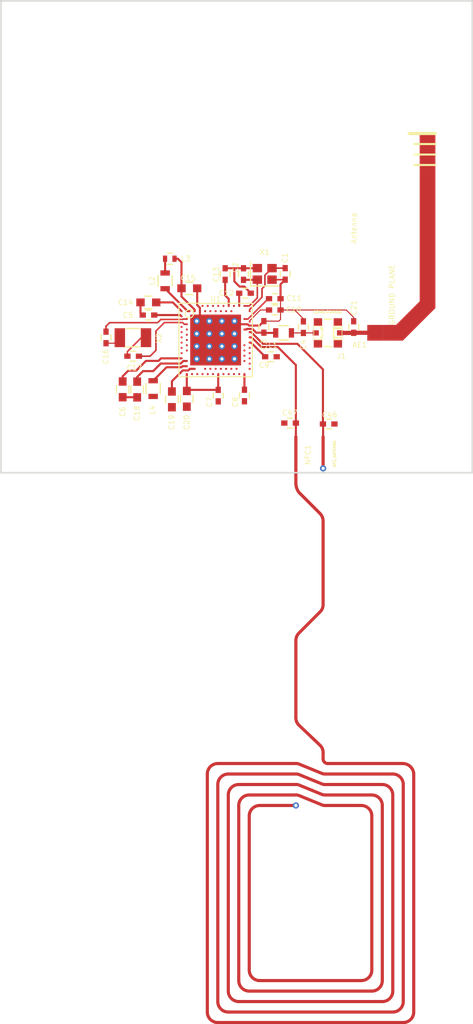
<source format=kicad_pcb>
(kicad_pcb (version 20170123) (host pcbnew "(2017-08-27 revision e3c64f1f0)-makepkg")

  (general
    (thickness 1.6)
    (drawings 4)
    (tracks 167)
    (zones 0)
    (modules 33)
    (nets 25)
  )

  (page A4)
  (layers
    (0 F.Cu signal)
    (31 B.Cu signal)
    (32 B.Adhes user)
    (33 F.Adhes user)
    (34 B.Paste user)
    (35 F.Paste user)
    (36 B.SilkS user)
    (37 F.SilkS user)
    (38 B.Mask user)
    (39 F.Mask user)
    (40 Dwgs.User user)
    (41 Cmts.User user)
    (42 Eco1.User user)
    (43 Eco2.User user)
    (44 Edge.Cuts user)
    (45 Margin user)
    (46 B.CrtYd user)
    (47 F.CrtYd user)
    (48 B.Fab user)
    (49 F.Fab user)
  )

  (setup
    (last_trace_width 0.25)
    (user_trace_width 0.1)
    (user_trace_width 0.12)
    (user_trace_width 0.15)
    (user_trace_width 0.2)
    (user_trace_width 0.3)
    (user_trace_width 0.4)
    (user_trace_width 0.5)
    (user_trace_width 0.6)
    (trace_clearance 0.1)
    (zone_clearance 0.508)
    (zone_45_only no)
    (trace_min 0.1)
    (segment_width 0.2)
    (edge_width 0.15)
    (via_size 0.6)
    (via_drill 0.4)
    (via_min_size 0.4)
    (via_min_drill 0.3)
    (uvia_size 0.3)
    (uvia_drill 0.1)
    (uvias_allowed no)
    (uvia_min_size 0.2)
    (uvia_min_drill 0.1)
    (pcb_text_width 0.3)
    (pcb_text_size 1.5 1.5)
    (mod_edge_width 0.15)
    (mod_text_size 1 1)
    (mod_text_width 0.15)
    (pad_size 1.524 1.524)
    (pad_drill 0.762)
    (pad_to_mask_clearance 0.2)
    (aux_axis_origin 0 0)
    (visible_elements 7FFEF7FF)
    (pcbplotparams
      (layerselection 0x00030_80000001)
      (usegerberextensions false)
      (excludeedgelayer true)
      (linewidth 0.100000)
      (plotframeref false)
      (viasonmask false)
      (mode 1)
      (useauxorigin false)
      (hpglpennumber 1)
      (hpglpenspeed 20)
      (hpglpendiameter 15)
      (psnegative false)
      (psa4output false)
      (plotreference true)
      (plotvalue true)
      (plotinvisibletext false)
      (padsonsilk false)
      (subtractmaskfromsilk false)
      (outputformat 1)
      (mirror false)
      (drillshape 1)
      (scaleselection 1)
      (outputdirectory ""))
  )

  (net 0 "")
  (net 1 "Net-(AE1-Pad1)")
  (net 2 GND)
  (net 3 "Net-(C1-Pad2)")
  (net 4 "Net-(C2-Pad2)")
  (net 5 "Net-(C3-Pad2)")
  (net 6 "Net-(C4-Pad2)")
  (net 7 "Net-(C5-Pad1)")
  (net 8 +3V3)
  (net 9 "Net-(C10-Pad2)")
  (net 10 "Net-(C11-Pad2)")
  (net 11 "Net-(C13-Pad1)")
  (net 12 "Net-(C15-Pad1)")
  (net 13 "Net-(C16-Pad1)")
  (net 14 "Net-(C16-Pad2)")
  (net 15 "Net-(C17-Pad1)")
  (net 16 "Net-(C17-Pad2)")
  (net 17 VDD)
  (net 18 "Net-(L2-Pad1)")
  (net 19 "Net-(L2-Pad2)")
  (net 20 "Net-(L4-Pad2)")
  (net 21 "Net-(C9-Pad1)")
  (net 22 "Net-(C19-Pad1)")
  (net 23 /NFC2)
  (net 24 /NFC1)

  (net_class Default "This is the default net class."
    (clearance 0.1)
    (trace_width 0.25)
    (via_dia 0.6)
    (via_drill 0.4)
    (uvia_dia 0.3)
    (uvia_drill 0.1)
    (add_net +3V3)
    (add_net /NFC1)
    (add_net /NFC2)
    (add_net GND)
    (add_net "Net-(AE1-Pad1)")
    (add_net "Net-(C1-Pad2)")
    (add_net "Net-(C10-Pad2)")
    (add_net "Net-(C11-Pad2)")
    (add_net "Net-(C13-Pad1)")
    (add_net "Net-(C15-Pad1)")
    (add_net "Net-(C16-Pad1)")
    (add_net "Net-(C16-Pad2)")
    (add_net "Net-(C17-Pad1)")
    (add_net "Net-(C17-Pad2)")
    (add_net "Net-(C19-Pad1)")
    (add_net "Net-(C2-Pad2)")
    (add_net "Net-(C3-Pad2)")
    (add_net "Net-(C4-Pad2)")
    (add_net "Net-(C5-Pad1)")
    (add_net "Net-(C9-Pad1)")
    (add_net "Net-(L2-Pad1)")
    (add_net "Net-(L2-Pad2)")
    (add_net "Net-(L4-Pad2)")
    (add_net VDD)
  )

  (module Nordic_misc:Nordic_misc-NFC_ANT (layer F.Cu) (tedit 59782401) (tstamp 5984E9A0)
    (at 110.7567 106.5911 270)
    (path /5984E4A9)
    (attr smd)
    (fp_text reference NFC1 (at 1.7145 1.4478 270) (layer F.SilkS)
      (effects (font (size 0.5 0.5) (thickness 0.0625)))
    )
    (fp_text value NFC_ANTENNA (at 1.6256 -1.0922 270) (layer F.SilkS)
      (effects (font (size 0.25 0.25) (thickness 0.0625)))
    )
    (fp_arc (start 4.39928 1.09982) (end 5.29844 2.2987) (angle 36.8) (layer F.Cu) (width 0.29972))
    (fp_arc (start 4.39928 1.4986) (end 4.39928 0) (angle 36.8) (layer B.Adhes) (width 0.29972))
    (fp_arc (start 36.14928 6.04774) (end 36.14928 7.0485) (angle 90) (layer F.Cu) (width 0.29972))
    (fp_arc (start 35.14852 7.0485) (end 35.14852 8.04926) (angle 90) (layer F.Cu) (width 0.29972))
    (fp_arc (start 34.14776 8.04926) (end 34.14776 9.04748) (angle 90) (layer F.Cu) (width 0.29972))
    (fp_arc (start 33.14954 9.04748) (end 33.14954 10.04824) (angle 90) (layer F.Cu) (width 0.29972))
    (fp_arc (start 32.14878 10.04824) (end 32.14878 11.049) (angle 90) (layer F.Cu) (width 0.29972))
    (fp_arc (start 54.84876 10.04824) (end 55.84952 10.04824) (angle 90) (layer F.Cu) (width 0.29972))
    (fp_arc (start 53.848 9.04748) (end 54.84876 9.04748) (angle 90) (layer F.Cu) (width 0.29972))
    (fp_arc (start 52.84978 8.04926) (end 53.848 8.04926) (angle 90) (layer F.Cu) (width 0.29972))
    (fp_arc (start 51.84902 7.0485) (end 52.84978 7.0485) (angle 90) (layer F.Cu) (width 0.29972))
    (fp_arc (start 50.84826 6.04774) (end 51.84902 6.04774) (angle 90) (layer F.Cu) (width 0.29972))
    (fp_arc (start 50.84826 -3.64998) (end 50.84826 -4.6482) (angle 90) (layer F.Cu) (width 0.29972))
    (fp_arc (start 51.84902 -4.6482) (end 51.84902 -5.64896) (angle 90) (layer F.Cu) (width 0.29972))
    (fp_arc (start 52.84978 -5.64896) (end 52.84978 -6.64972) (angle 90) (layer F.Cu) (width 0.29972))
    (fp_arc (start 53.848 -6.64972) (end 53.848 -7.64794) (angle 90) (layer F.Cu) (width 0.29972))
    (fp_arc (start 54.84876 -7.64794) (end 54.84876 -8.6487) (angle 90) (layer F.Cu) (width 0.29972))
    (fp_arc (start 36.14928 -3.64998) (end 35.14852 -3.64998) (angle 90) (layer F.Cu) (width 0.29972))
    (fp_arc (start 35.14852 -4.6482) (end 34.14776 -4.6482) (angle 90) (layer F.Cu) (width 0.29972))
    (fp_arc (start 34.14776 -5.64896) (end 33.14954 -5.64896) (angle 90) (layer F.Cu) (width 0.29972))
    (fp_arc (start 33.14954 -6.64972) (end 32.14878 -6.64972) (angle 90) (layer F.Cu) (width 0.29972))
    (fp_arc (start 32.19958 -7.59968) (end 31.14802 -7.59968) (angle 87.2) (layer F.Cu) (width 0.29972))
    (fp_arc (start 34.86912 2.57302) (end 34.14776 2.64922) (angle 28.2) (layer F.Cu) (width 0.29972))
    (fp_arc (start 33.86836 2.57302) (end 33.14954 2.64922) (angle 28.2) (layer F.Cu) (width 0.29972))
    (fp_arc (start 32.87014 2.57302) (end 32.14878 2.64922) (angle 28.2) (layer F.Cu) (width 0.29972))
    (fp_arc (start 31.86938 2.57302) (end 31.14802 2.64922) (angle 28.2) (layer F.Cu) (width 0.29972))
    (fp_arc (start 34.42716 -0.17272) (end 35.14852 -0.24892) (angle 28.2) (layer F.Cu) (width 0.29972))
    (fp_arc (start 33.40354 -0.17526) (end 34.14776 -0.24892) (angle 27.3) (layer F.Cu) (width 0.29972))
    (fp_arc (start 32.46374 -0.16002) (end 33.14954 -0.19812) (angle 25.5) (layer F.Cu) (width 0.29972))
    (fp_arc (start 31.46298 -0.16002) (end 32.14878 -0.19812) (angle 25.5) (layer F.Cu) (width 0.29972))
    (fp_arc (start 30.69844 -0.45212) (end 31.14802 -0.49784) (angle 96) (layer F.Cu) (width 0.29972))
    (fp_arc (start 29.72816 1.56972) (end 29.79928 2.59842) (angle 48.8) (layer B.Adhes) (width 0.29972))
    (fp_arc (start 26.29916 0.9652) (end 26.29916 0) (angle 46.3) (layer B.Adhes) (width 0.29972))
    (fp_arc (start 19.42846 1.0287) (end 18.69948 0.29972) (angle 48.8) (layer B.Adhes) (width 0.29972))
    (fp_arc (start 15.99946 1.63322) (end 16.69796 2.2987) (angle 46.3) (layer B.Adhes) (width 0.29972))
    (fp_arc (start 8.02386 1.5748) (end 7.99846 2.59842) (angle 43.6) (layer B.Adhes) (width 0.29972))
    (fp_arc (start 30.09646 0.96266) (end 29.39796 0.29972) (angle 46.5) (layer F.Cu) (width 0.29972))
    (fp_arc (start 26.79954 1.63322) (end 27.49804 2.2987) (angle 46.3) (layer F.Cu) (width 0.29972))
    (fp_arc (start 19.42338 1.5748) (end 19.39798 2.59842) (angle 43.6) (layer F.Cu) (width 0.29972))
    (fp_arc (start 15.99946 0.9652) (end 15.99946 0) (angle 46.3) (layer F.Cu) (width 0.29972))
    (fp_arc (start 8.02386 1.02362) (end 7.29996 0.29972) (angle 43.6) (layer F.Cu) (width 0.29972))
    (fp_line (start 0 0) (end 2.99974 0) (layer F.Cu) (width 0.29972))
    (fp_line (start 2.99974 0) (end 4.39928 0) (layer B.Adhes) (width 0.29972))
    (fp_line (start 0 2.59842) (end 4.39928 2.59842) (layer F.Cu) (width 0.29972))
    (fp_line (start 34.19856 2.2987) (end 35.09772 0.09906) (layer F.Cu) (width 0.29972))
    (fp_line (start 33.1978 2.2987) (end 34.0995 0.09906) (layer F.Cu) (width 0.29972))
    (fp_line (start 32.19958 2.2987) (end 33.09874 0.09906) (layer F.Cu) (width 0.29972))
    (fp_line (start 31.19882 2.2987) (end 32.09798 0.09906) (layer F.Cu) (width 0.29972))
    (fp_line (start 35.14852 6.04774) (end 35.14852 2.59842) (layer F.Cu) (width 0.29972))
    (fp_line (start 36.14928 7.0485) (end 50.84826 7.0485) (layer F.Cu) (width 0.29972))
    (fp_line (start 51.84902 6.04774) (end 51.84902 -3.64998) (layer F.Cu) (width 0.29972))
    (fp_line (start 36.14928 -4.6482) (end 50.84826 -4.6482) (layer F.Cu) (width 0.29972))
    (fp_line (start 35.14852 -0.24892) (end 35.14852 -3.64998) (layer F.Cu) (width 0.29972))
    (fp_line (start 34.14776 7.0485) (end 34.14776 2.65938) (layer F.Cu) (width 0.29972))
    (fp_line (start 35.14852 8.04926) (end 51.84902 8.04926) (layer F.Cu) (width 0.29972))
    (fp_line (start 52.84978 7.0485) (end 52.84978 -4.6482) (layer F.Cu) (width 0.29972))
    (fp_line (start 35.14852 -5.64896) (end 51.84902 -5.64896) (layer F.Cu) (width 0.29972))
    (fp_line (start 34.14776 -0.24892) (end 34.14776 -4.6482) (layer F.Cu) (width 0.29972))
    (fp_line (start 33.14954 8.04926) (end 33.14954 2.65938) (layer F.Cu) (width 0.29972))
    (fp_line (start 34.14776 9.04748) (end 52.84978 9.04748) (layer F.Cu) (width 0.29972))
    (fp_line (start 53.848 8.04926) (end 53.848 -5.64896) (layer F.Cu) (width 0.29972))
    (fp_line (start 34.14776 -6.64972) (end 52.84978 -6.64972) (layer F.Cu) (width 0.29972))
    (fp_line (start 33.14954 -0.24892) (end 33.14954 -5.64896) (layer F.Cu) (width 0.29972))
    (fp_line (start 32.14878 9.04748) (end 32.14878 2.65938) (layer F.Cu) (width 0.29972))
    (fp_line (start 33.14954 10.04824) (end 53.848 10.04824) (layer F.Cu) (width 0.29972))
    (fp_line (start 54.84876 9.04748) (end 54.84876 -6.64972) (layer F.Cu) (width 0.29972))
    (fp_line (start 33.14954 -7.64794) (end 53.848 -7.64794) (layer F.Cu) (width 0.29972))
    (fp_line (start 32.14878 -0.24892) (end 32.14878 -6.64972) (layer F.Cu) (width 0.29972))
    (fp_line (start 31.14802 10.04824) (end 31.14802 2.65938) (layer F.Cu) (width 0.29972))
    (fp_line (start 32.14878 11.049) (end 54.84876 11.049) (layer F.Cu) (width 0.29972))
    (fp_line (start 55.84952 10.04824) (end 55.84952 -7.64794) (layer F.Cu) (width 0.29972))
    (fp_line (start 32.14878 -8.6487) (end 54.84876 -8.6487) (layer F.Cu) (width 0.29972))
    (fp_line (start 31.14802 -0.49784) (end 31.14802 -7.59968) (layer F.Cu) (width 0.29972))
    (fp_line (start 5.29844 0.29972) (end 7.29996 2.2987) (layer B.Adhes) (width 0.29972))
    (fp_line (start 26.99766 0.29972) (end 28.99918 2.2987) (layer B.Adhes) (width 0.29972))
    (fp_line (start 16.69796 2.2987) (end 18.69948 0.29972) (layer B.Adhes) (width 0.29972))
    (fp_line (start 27.49804 2.2987) (end 29.39796 0.29972) (layer F.Cu) (width 0.29972))
    (fp_line (start 16.69796 0.29972) (end 18.69948 2.2987) (layer F.Cu) (width 0.29972))
    (fp_line (start 5.29844 2.2987) (end 7.29996 0.29972) (layer F.Cu) (width 0.29972))
    (fp_line (start 30.099 0) (end 30.69844 0) (layer F.Cu) (width 0.29972))
    (fp_line (start 19.39798 2.59842) (end 26.79954 2.59842) (layer F.Cu) (width 0.29972))
    (fp_line (start 7.99846 0) (end 15.99946 0) (layer F.Cu) (width 0.29972))
    (fp_line (start 29.79928 2.59842) (end 35.14852 2.59842) (layer B.Adhes) (width 0.29972))
    (fp_line (start 19.49958 0) (end 26.29916 0) (layer B.Adhes) (width 0.29972))
    (fp_line (start 7.99846 2.59842) (end 15.99946 2.59842) (layer B.Adhes) (width 0.29972))
    (pad 2 thru_hole circle (at 35.14852 2.59842 270) (size 0.59944 0.59944) (drill 0.29972) (layers *.Cu *.Paste *.Mask)
      (net 24 /NFC1))
    (pad 1 thru_hole circle (at 2.99974 0 270) (size 0.59944 0.59944) (drill 0.29972) (layers *.Cu *.Paste *.Mask)
      (net 23 /NFC2))
    (pad 2 smd circle (at 0 2.59842 270) (size 0.29972 0.29972) (layers F.Cu F.Paste F.Mask)
      (net 24 /NFC1))
    (pad 1 smd circle (at 0 0 270) (size 0.29972 0.29972) (layers F.Cu F.Paste F.Mask)
      (net 23 /NFC2))
  )

  (module Nordic_nRF:AQFN73_7x7mm (layer F.Cu) (tedit 5998A1CE) (tstamp 5983D8E6)
    (at 100.5 97.35)
    (path /5983972D)
    (fp_text reference U1 (at 0.0078 -3.9034) (layer F.SilkS)
      (effects (font (size 0.5 0.5) (thickness 0.0625)))
    )
    (fp_text value nRF52840 (at 0 4) (layer F.Fab)
      (effects (font (size 0.5 0.5) (thickness 0.0625)))
    )
    (fp_line (start -3.5 -3.5) (end 3.5 -3.5) (layer F.SilkS) (width 0.1))
    (fp_line (start -3.5 3.5) (end 3.5 3.5) (layer F.SilkS) (width 0.1))
    (fp_line (start 3.5 3.5) (end 3.5 -3.5) (layer F.SilkS) (width 0.1))
    (fp_line (start -3.5 3.5) (end -3.5 -3.5) (layer F.SilkS) (width 0.1))
    (fp_circle (center -2.5 -2.5) (end -2.5 -2.9) (layer F.SilkS) (width 0.1))
    (fp_line (start 3 3.75) (end 3.75 3.75) (layer F.Fab) (width 0.1))
    (fp_line (start 3.75 3) (end 3.75 3.75) (layer F.Fab) (width 0.1))
    (fp_line (start -3.75 3.75) (end -3.75 3) (layer F.Fab) (width 0.1))
    (fp_line (start -3 3.75) (end -3.75 3.75) (layer F.Fab) (width 0.1))
    (fp_line (start 3 -3.75) (end 3.75 -3.75) (layer F.Fab) (width 0.1))
    (fp_line (start 3.75 -3) (end 3.75 -3.75) (layer F.Fab) (width 0.1))
    (fp_line (start -3.75 -3.75) (end -3.75 -3) (layer F.Fab) (width 0.1))
    (fp_line (start -3 -3.75) (end -3.75 -3.75) (layer F.Fab) (width 0.1))
    (fp_circle (center -4.25 -3.5) (end -4.4 -3.5) (layer F.Fab) (width 0.2))
    (pad 74 thru_hole circle (at 1.8 1.8) (size 0.6 0.6) (drill 0.3) (layers *.Cu B.Mask)
      (net 2 GND))
    (pad 74 thru_hole circle (at 0.6 1.8) (size 0.6 0.6) (drill 0.3) (layers *.Cu B.Mask)
      (net 2 GND))
    (pad 74 thru_hole circle (at 1.8 0.6) (size 0.6 0.6) (drill 0.3) (layers *.Cu B.Mask)
      (net 2 GND))
    (pad 74 thru_hole circle (at 0.6 0.6) (size 0.6 0.6) (drill 0.3) (layers *.Cu B.Mask)
      (net 2 GND))
    (pad 74 thru_hole circle (at -0.6 1.8) (size 0.6 0.6) (drill 0.3) (layers *.Cu B.Mask)
      (net 2 GND))
    (pad 74 thru_hole circle (at -1.8 1.8) (size 0.6 0.6) (drill 0.3) (layers *.Cu B.Mask)
      (net 2 GND))
    (pad 74 thru_hole circle (at -0.6 0.6) (size 0.6 0.6) (drill 0.3) (layers *.Cu B.Mask)
      (net 2 GND))
    (pad 74 thru_hole circle (at -1.8 0.6) (size 0.6 0.6) (drill 0.3) (layers *.Cu B.Mask)
      (net 2 GND))
    (pad 74 thru_hole circle (at 1.8 -0.6) (size 0.6 0.6) (drill 0.3) (layers *.Cu B.Mask)
      (net 2 GND))
    (pad 74 thru_hole circle (at 0.6 -0.6) (size 0.6 0.6) (drill 0.3) (layers *.Cu B.Mask)
      (net 2 GND))
    (pad 74 thru_hole circle (at -0.6 -0.6) (size 0.6 0.6) (drill 0.3) (layers *.Cu B.Mask)
      (net 2 GND))
    (pad 74 thru_hole circle (at -1.8 -0.6) (size 0.6 0.6) (drill 0.3) (layers *.Cu B.Mask)
      (net 2 GND))
    (pad 74 thru_hole circle (at 1.8 -1.8) (size 0.6 0.6) (drill 0.3) (layers *.Cu B.Mask)
      (net 2 GND))
    (pad 74 thru_hole circle (at 0.6 -1.8) (size 0.6 0.6) (drill 0.3) (layers *.Cu B.Mask)
      (net 2 GND))
    (pad 74 thru_hole circle (at -0.6 -1.8) (size 0.6 0.6) (drill 0.3) (layers *.Cu B.Mask)
      (net 2 GND))
    (pad 74 thru_hole circle (at -1.8 -1.8) (size 0.6 0.6) (drill 0.3) (layers *.Cu B.Mask)
      (net 2 GND))
    (pad 74 smd rect (at 0 0) (size 4.85 4.85) (layers F.Cu F.Paste F.Mask)
      (net 2 GND))
    (pad A8 smd circle (at -1.25 -3.25) (size 0.2 0.2) (layers F.Cu F.Paste F.Mask))
    (pad A10 smd circle (at -0.75 -3.25) (size 0.2 0.2) (layers F.Cu F.Paste F.Mask))
    (pad A12 smd circle (at -0.25 -3.25) (size 0.2 0.2) (layers F.Cu F.Paste F.Mask))
    (pad A14 smd circle (at 0.25 -3.25) (size 0.2 0.2) (layers F.Cu F.Paste F.Mask))
    (pad A16 smd circle (at 0.75 -3.25) (size 0.2 0.2) (layers F.Cu F.Paste F.Mask))
    (pad A18 smd circle (at 1.25 -3.25) (size 0.2 0.2) (layers F.Cu F.Paste F.Mask)
      (net 11 "Net-(C13-Pad1)"))
    (pad A20 smd circle (at 1.75 -3.25) (size 0.2 0.2) (layers F.Cu F.Paste F.Mask))
    (pad A22 smd circle (at 2.25 -3.25) (size 0.2 0.2) (layers F.Cu F.Paste F.Mask)
      (net 8 +3V3))
    (pad A23 smd circle (at 2.75 -3.25) (size 0.2 0.2) (layers F.Cu F.Paste F.Mask)
      (net 4 "Net-(C2-Pad2)"))
    (pad B11 smd circle (at -0.5 -2.75) (size 0.2 0.2) (layers F.Cu F.Paste F.Mask))
    (pad B9 smd circle (at -1 -2.75) (size 0.2 0.2) (layers F.Cu F.Paste F.Mask))
    (pad B7 smd circle (at -1.5 -2.75) (size 0.2 0.2) (layers F.Cu F.Paste F.Mask)
      (net 2 GND))
    (pad B5 smd circle (at -2 -2.75) (size 0.2 0.2) (layers F.Cu F.Paste F.Mask)
      (net 12 "Net-(C15-Pad1)"))
    (pad B13 smd circle (at 0 -2.75) (size 0.2 0.2) (layers F.Cu F.Paste F.Mask))
    (pad B3 smd circle (at -2.5 -2.75) (size 0.2 0.2) (layers F.Cu F.Paste F.Mask)
      (net 19 "Net-(L2-Pad2)"))
    (pad B1 smd circle (at -3.25 -2.75) (size 0.2 0.2) (layers F.Cu F.Paste F.Mask)
      (net 8 +3V3))
    (pad B15 smd circle (at 0.5 -2.75) (size 0.2 0.2) (layers F.Cu F.Paste F.Mask))
    (pad B17 smd circle (at 1 -2.75) (size 0.2 0.2) (layers F.Cu F.Paste F.Mask))
    (pad B19 smd circle (at 1.5 -2.75) (size 0.2 0.2) (layers F.Cu F.Paste F.Mask))
    (pad B24 smd circle (at 3.25 -2.75) (size 0.2 0.2) (layers F.Cu F.Paste F.Mask)
      (net 3 "Net-(C1-Pad2)"))
    (pad M2 smd circle (at -2.75 0) (size 0.2 0.2) (layers F.Cu F.Paste F.Mask))
    (pad N1 smd circle (at -3.25 0.25) (size 0.2 0.2) (layers F.Cu F.Paste F.Mask))
    (pad K2 smd circle (at -2.75 -0.5) (size 0.2 0.2) (layers F.Cu F.Paste F.Mask))
    (pad H2 smd circle (at -2.75 -1) (size 0.2 0.2) (layers F.Cu F.Paste F.Mask))
    (pad F2 smd circle (at -2.75 -1.5) (size 0.2 0.2) (layers F.Cu F.Paste F.Mask)
      (net 15 "Net-(C17-Pad1)"))
    (pad D2 smd circle (at -2.75 -2) (size 0.2 0.2) (layers F.Cu F.Paste F.Mask)
      (net 13 "Net-(C16-Pad1)"))
    (pad P2 smd circle (at -2.75 0.5) (size 0.2 0.2) (layers F.Cu F.Paste F.Mask))
    (pad T2 smd circle (at -2.75 1) (size 0.2 0.2) (layers F.Cu F.Paste F.Mask))
    (pad W1 smd circle (at -3.25 1.75) (size 0.2 0.2) (layers F.Cu F.Paste F.Mask)
      (net 8 +3V3))
    (pad U1 smd circle (at -3.25 1.25) (size 0.2 0.2) (layers F.Cu F.Paste F.Mask))
    (pad R1 smd circle (at -3.25 0.75) (size 0.2 0.2) (layers F.Cu F.Paste F.Mask))
    (pad L1 smd circle (at -3.25 -0.25) (size 0.2 0.2) (layers F.Cu F.Paste F.Mask))
    (pad J1 smd circle (at -3.25 -0.75) (size 0.2 0.2) (layers F.Cu F.Paste F.Mask))
    (pad G1 smd circle (at -3.25 -1.25) (size 0.2 0.2) (layers F.Cu F.Paste F.Mask))
    (pad Y2 smd circle (at -2.75 2) (size 0.2 0.2) (layers F.Cu F.Paste F.Mask)
      (net 17 VDD))
    (pad AB2 smd circle (at -2.75 2.5) (size 0.2 0.2) (layers F.Cu F.Paste F.Mask)
      (net 20 "Net-(L4-Pad2)"))
    (pad AD2 smd circle (at -2.75 3.25) (size 0.2 0.2) (layers F.Cu F.Paste F.Mask)
      (net 8 +3V3))
    (pad AC5 smd circle (at -2 2.75) (size 0.2 0.2) (layers F.Cu F.Paste F.Mask)
      (net 22 "Net-(C19-Pad1)"))
    (pad AC9 smd circle (at -1 2.75) (size 0.2 0.2) (layers F.Cu F.Paste F.Mask))
    (pad AC11 smd circle (at -0.5 2.75) (size 0.2 0.2) (layers F.Cu F.Paste F.Mask))
    (pad AC13 smd circle (at 0 2.75) (size 0.2 0.2) (layers F.Cu F.Paste F.Mask))
    (pad AC15 smd circle (at 0.5 2.75) (size 0.2 0.2) (layers F.Cu F.Paste F.Mask))
    (pad AC17 smd circle (at 1 2.75) (size 0.2 0.2) (layers F.Cu F.Paste F.Mask))
    (pad AC19 smd circle (at 1.5 2.75) (size 0.2 0.2) (layers F.Cu F.Paste F.Mask))
    (pad AC21 smd circle (at 2 2.75) (size 0.2 0.2) (layers F.Cu F.Paste F.Mask))
    (pad AC24 smd circle (at 3.25 2.75) (size 0.2 0.2) (layers F.Cu F.Paste F.Mask))
    (pad AD4 smd circle (at -2.25 3.25) (size 0.2 0.2) (layers F.Cu F.Paste F.Mask))
    (pad AD6 smd circle (at -1.75 3.25) (size 0.2 0.2) (layers F.Cu F.Paste F.Mask))
    (pad AD8 smd circle (at -1.25 3.25) (size 0.2 0.2) (layers F.Cu F.Paste F.Mask))
    (pad AD10 smd circle (at -0.75 3.25) (size 0.2 0.2) (layers F.Cu F.Paste F.Mask))
    (pad AD12 smd circle (at -0.25 3.25) (size 0.2 0.2) (layers F.Cu F.Paste F.Mask))
    (pad AD14 smd circle (at 0.25 3.25) (size 0.2 0.2) (layers F.Cu F.Paste F.Mask)
      (net 8 +3V3))
    (pad AD16 smd circle (at 0.75 3.25) (size 0.2 0.2) (layers F.Cu F.Paste F.Mask))
    (pad AD18 smd circle (at 1.25 3.25) (size 0.2 0.2) (layers F.Cu F.Paste F.Mask))
    (pad AD20 smd circle (at 1.75 3.25) (size 0.2 0.2) (layers F.Cu F.Paste F.Mask))
    (pad AD22 smd circle (at 2.25 3.25) (size 0.2 0.2) (layers F.Cu F.Paste F.Mask))
    (pad AD23 smd circle (at 2.75 3.25) (size 0.2 0.2) (layers F.Cu F.Paste F.Mask)
      (net 8 +3V3))
    (pad Y23 smd circle (at 2.75 2) (size 0.2 0.2) (layers F.Cu F.Paste F.Mask))
    (pad V23 smd circle (at 2.75 1.5) (size 0.2 0.2) (layers F.Cu F.Paste F.Mask))
    (pad T23 smd circle (at 2.75 1) (size 0.2 0.2) (layers F.Cu F.Paste F.Mask))
    (pad P23 smd circle (at 2.75 0.5) (size 0.2 0.2) (layers F.Cu F.Paste F.Mask))
    (pad AA24 smd circle (at 3.25 2.25) (size 0.2 0.2) (layers F.Cu F.Paste F.Mask))
    (pad W24 smd circle (at 3.25 1.75) (size 0.2 0.2) (layers F.Cu F.Paste F.Mask))
    (pad U24 smd circle (at 3.25 1.25) (size 0.2 0.2) (layers F.Cu F.Paste F.Mask))
    (pad R24 smd circle (at 3.25 0.75) (size 0.2 0.2) (layers F.Cu F.Paste F.Mask))
    (pad N24 smd circle (at 3.25 0.25) (size 0.2 0.2) (layers F.Cu F.Paste F.Mask)
      (net 21 "Net-(C9-Pad1)"))
    (pad H23 smd circle (at 2.75 -1) (size 0.2 0.2) (layers F.Cu F.Paste F.Mask)
      (net 5 "Net-(C3-Pad2)"))
    (pad F23 smd circle (at 2.75 -1.5) (size 0.2 0.2) (layers F.Cu F.Paste F.Mask)
      (net 2 GND))
    (pad D23 smd circle (at 2.75 -2) (size 0.2 0.2) (layers F.Cu F.Paste F.Mask)
      (net 10 "Net-(C11-Pad2)"))
    (pad L24 smd circle (at 3.25 -0.25) (size 0.2 0.2) (layers F.Cu F.Paste F.Mask)
      (net 24 /NFC1))
    (pad J24 smd circle (at 3.25 -0.75) (size 0.2 0.2) (layers F.Cu F.Paste F.Mask)
      (net 23 /NFC2))
    (pad E24 smd circle (at 3.25 -1.75) (size 0.2 0.2) (layers F.Cu F.Paste F.Mask)
      (net 9 "Net-(C10-Pad2)"))
    (pad C1 smd circle (at -3.25 -2.25) (size 0.2 0.2) (layers F.Cu F.Paste F.Mask)
      (net 7 "Net-(C5-Pad1)"))
    (model ${NORDIC3DMOD}/Housings_DFN_QFN.3dshapes/AQFN73_7x7mm.wrl
      (at (xyz 0 0 0))
      (scale (xyz 1 1 1))
      (rotate (xyz 0 0 0))
    )
  )

  (module Nordic_misc:Nordic_misc-MM8130-2600 (layer F.Cu) (tedit 5984A980) (tstamp 5983C8F0)
    (at 111.2139 96.6724 90)
    (descr "MURARA MM8130-2600RA2")
    (tags "MURARA MM8130-2600RA2")
    (path /5983C64B)
    (attr smd)
    (fp_text reference J1 (at -2.2225 1.2827 180) (layer F.SilkS)
      (effects (font (size 0.5 0.5) (thickness 0.0625)))
    )
    (fp_text value CONN_COAXIAL (at 2.0066 -0.0254 180) (layer F.SilkS)
      (effects (font (size 0.25 0.25) (thickness 0.0625)))
    )
    (fp_line (start -1.24968 1.24968) (end -1.24968 -1.24968) (layer Dwgs.User) (width 0.14986))
    (fp_line (start 1.24968 1.24968) (end -1.24968 1.24968) (layer Dwgs.User) (width 0.14986))
    (fp_line (start 1.24968 -1.24968) (end 1.24968 1.24968) (layer Dwgs.User) (width 0.14986))
    (fp_line (start -1.24968 -1.24968) (end 1.24968 -1.24968) (layer Dwgs.User) (width 0.14986))
    (fp_line (start -1.64846 1.69926) (end 1.64846 1.69926) (layer Dwgs.User) (width 0.14986))
    (fp_line (start -1.64846 -1.69926) (end -1.64846 1.69926) (layer Dwgs.User) (width 0.14986))
    (fp_line (start 1.64846 -1.69926) (end -1.64846 -1.69926) (layer Dwgs.User) (width 0.14986))
    (fp_line (start 1.64846 1.69926) (end 1.64846 -1.69926) (layer Dwgs.User) (width 0.14986))
    (fp_line (start 0.44958 -0.6985) (end 0.24892 -0.49784) (layer F.SilkS) (width 0.14986))
    (fp_line (start -0.44958 -0.6985) (end -0.24892 -0.49784) (layer F.SilkS) (width 0.14986))
    (fp_line (start 1.29794 0.29972) (end 1.29794 -0.29972) (layer F.SilkS) (width 0.14986))
    (fp_line (start -1.29794 0.29972) (end -1.29794 -0.29972) (layer F.SilkS) (width 0.14986))
    (fp_line (start 0.44958 0.54864) (end 0.44958 1.19888) (layer F.SilkS) (width 0.14986))
    (fp_line (start -0.44958 0.54864) (end 0.44958 0.54864) (layer F.SilkS) (width 0.14986))
    (fp_line (start -0.44958 1.19888) (end -0.44958 0.54864) (layer F.SilkS) (width 0.14986))
    (fp_line (start -0.6477 -0.54864) (end -0.6477 -1.34874) (layer F.SilkS) (width 0.06604))
    (fp_line (start -0.6477 -1.34874) (end 0.6477 -1.34874) (layer F.SilkS) (width 0.06604))
    (fp_line (start 0.6477 -0.54864) (end 0.6477 -1.34874) (layer F.SilkS) (width 0.06604))
    (fp_line (start -0.6477 -0.54864) (end 0.6477 -0.54864) (layer F.SilkS) (width 0.06604))
    (fp_line (start -0.6477 1.34874) (end -0.6477 0.54864) (layer F.SilkS) (width 0.06604))
    (fp_line (start -0.6477 0.54864) (end 0.6477 0.54864) (layer F.SilkS) (width 0.06604))
    (fp_line (start 0.6477 1.34874) (end 0.6477 0.54864) (layer F.SilkS) (width 0.06604))
    (fp_line (start -0.6477 1.34874) (end 0.6477 1.34874) (layer F.SilkS) (width 0.06604))
    (pad 2 smd rect (at 0 1.15824 90) (size 0.49784 0.57912) (layers F.Cu F.Paste F.Mask)
      (net 1 "Net-(AE1-Pad1)"))
    (pad 1 smd rect (at 0 -1.15824 90) (size 0.49784 0.57912) (layers F.Cu F.Paste F.Mask)
      (net 6 "Net-(C4-Pad2)"))
    (pad 0 smd rect (at 1.02362 0.94996 90) (size 0.7493 0.79756) (layers F.Cu F.Paste F.Mask))
    (pad 0 smd rect (at -1.02362 0.94996 90) (size 0.7493 0.79756) (layers F.Cu F.Paste F.Mask))
    (pad 0 smd rect (at 1.02362 -0.94996 90) (size 0.7493 0.79756) (layers F.Cu F.Paste F.Mask))
    (pad 0 smd rect (at -1.02362 -0.94996 90) (size 0.7493 0.79756) (layers F.Cu F.Paste F.Mask))
    (model ${NORDIC3DMOD}/Coaxial.3dshapes/MM8130-2600_SMD_RA.wrl
      (at (xyz 0 0 0.025))
      (scale (xyz 1 1 1))
      (rotate (xyz 0 0 0))
    )
  )

  (module Nordic_misc:Nordic_misc-QWMP_BEND_LEFT_+0 (layer F.Cu) (tedit 59A83C76) (tstamp 5983C868)
    (at 114.9731 96.6597)
    (path /59842D7E)
    (attr smd)
    (fp_text reference AE1 (at -0.7239 1.1557) (layer F.SilkS)
      (effects (font (size 0.5 0.5) (thickness 0.0625)))
    )
    (fp_text value Antenna (at -1.27 -9.9822 90) (layer F.SilkS)
      (effects (font (size 0.5 0.5) (thickness 0.0625)))
    )
    (fp_line (start 0 8.99922) (end 6.9977 8.99922) (layer Dwgs.User) (width 0.06604))
    (fp_line (start 6.9977 8.99922) (end 6.9977 -27.99842) (layer Dwgs.User) (width 0.06604))
    (fp_line (start 0 -27.99842) (end 6.9977 -27.99842) (layer Dwgs.User) (width 0.06604))
    (fp_line (start 0 8.99922) (end 0 -27.99842) (layer Dwgs.User) (width 0.06604))
    (fp_line (start 0 -27.99842) (end 0 -9.99998) (layer Dwgs.User) (width 0.19812))
    (fp_line (start 0 -9.99998) (end 0 5.99948) (layer Dwgs.User) (width 0.19812))
    (fp_line (start 0 5.99948) (end 0 8.99922) (layer Dwgs.User) (width 0.19812))
    (fp_line (start 0 5.99948) (end 1.99898 5.99948) (layer Dwgs.User) (width 0.19812))
    (fp_line (start 0 5.99948) (end 0.99822 6.9977) (layer Dwgs.User) (width 0.19812))
    (fp_line (start 0 5.99948) (end 0.99822 4.99872) (layer Dwgs.User) (width 0.19812))
    (fp_line (start 0 -9.99998) (end 1.99898 -9.99998) (layer Dwgs.User) (width 0.19812))
    (fp_line (start 0 -9.99998) (end 0.99822 -8.99922) (layer Dwgs.User) (width 0.19812))
    (fp_line (start 0 -9.99998) (end 0.99822 -10.9982) (layer Dwgs.User) (width 0.19812))
    (fp_line (start 6.49986 -18.9992) (end 3.99796 -18.9992) (layer F.SilkS) (width 0.29972))
    (fp_line (start 6.49986 -17.99844) (end 4.49834 -17.99844) (layer F.SilkS) (width 0.19812))
    (fp_line (start 6.49986 -16.99768) (end 4.49834 -16.99768) (layer F.SilkS) (width 0.19812))
    (fp_line (start 6.49986 -15.99946) (end 4.49834 -15.99946) (layer F.SilkS) (width 0.19812))
    (fp_poly (pts (xy 1.4986 -0.7493) (xy 2.74828 -0.7493) (xy 4.99872 -2.99974) (xy 4.99872 -18.9992)
      (xy 6.49986 -18.9992) (xy 6.49986 -2.3495) (xy 3.39852 0.7493) (xy 1.4986 0.7493)
      (xy 1.4986 -0.7493)) (layer F.Cu) (width 0))
    (fp_text user "GROUND PLANE" (at 2.36474 -3.6195 90) (layer F.SilkS)
      (effects (font (size 0.5 0.5) (thickness 0.0625)))
    )
    (pad 1 smd rect (at 0.7493 0) (size 1.4986 1.4986) (layers F.Cu F.Paste F.Mask)
      (net 1 "Net-(AE1-Pad1)"))
  )

  (module Nordic_nRF:Crystal_SMD_2016-4pin_2.0x1.6mm (layer F.Cu) (tedit 5984AA5D) (tstamp 5983C96E)
    (at 105.1814 91.0463)
    (descr "SMD Crystal SERIES SMD2016/4 http://www.q-crystal.com/upload/5/2015552223166229.pdf, 2.0x1.6mm^2 package")
    (tags "SMD SMT crystal")
    (path /5984383F)
    (attr smd)
    (fp_text reference X1 (at 0 -2.0701) (layer F.SilkS)
      (effects (font (size 0.5 0.5) (thickness 0.0625)))
    )
    (fp_text value XTAL_32MHZ (at 0.0127 -1.5621) (layer F.Fab)
      (effects (font (size 0.25 0.25) (thickness 0.0625)))
    )
    (fp_text user %R (at 0 0) (layer F.Fab)
      (effects (font (size 0.5 0.5) (thickness 0.075)))
    )
    (fp_line (start -0.9 -0.8) (end 0.9 -0.8) (layer F.Fab) (width 0.1))
    (fp_line (start 0.9 -0.8) (end 1 -0.7) (layer F.Fab) (width 0.1))
    (fp_line (start 1 -0.7) (end 1 0.7) (layer F.Fab) (width 0.1))
    (fp_line (start 1 0.7) (end 0.9 0.8) (layer F.Fab) (width 0.1))
    (fp_line (start 0.9 0.8) (end -0.9 0.8) (layer F.Fab) (width 0.1))
    (fp_line (start -0.9 0.8) (end -1 0.7) (layer F.Fab) (width 0.1))
    (fp_line (start -1 0.7) (end -1 -0.7) (layer F.Fab) (width 0.1))
    (fp_line (start -1 -0.7) (end -0.9 -0.8) (layer F.Fab) (width 0.1))
    (fp_line (start -1 0.3) (end -0.5 0.8) (layer F.Fab) (width 0.1))
    (fp_line (start -1.35 -1.15) (end -1.35 1.15) (layer F.SilkS) (width 0.12))
    (fp_line (start -1.35 1.15) (end 1.35 1.15) (layer F.SilkS) (width 0.12))
    (fp_line (start -1.4 -1.3) (end -1.4 1.3) (layer F.CrtYd) (width 0.05))
    (fp_line (start -1.4 1.3) (end 1.4 1.3) (layer F.CrtYd) (width 0.05))
    (fp_line (start 1.4 1.3) (end 1.4 -1.3) (layer F.CrtYd) (width 0.05))
    (fp_line (start 1.4 -1.3) (end -1.4 -1.3) (layer F.CrtYd) (width 0.05))
    (pad 1 smd rect (at -0.7 0.55) (size 0.9 0.8) (layers F.Cu F.Paste F.Mask)
      (net 4 "Net-(C2-Pad2)"))
    (pad 2 smd rect (at 0.7 0.55) (size 0.9 0.8) (layers F.Cu F.Paste F.Mask)
      (net 2 GND))
    (pad 3 smd rect (at 0.7 -0.55) (size 0.9 0.8) (layers F.Cu F.Paste F.Mask)
      (net 3 "Net-(C1-Pad2)"))
    (pad 4 smd rect (at -0.7 -0.55) (size 0.9 0.8) (layers F.Cu F.Paste F.Mask)
      (net 2 GND))
    (model ${NORDIC3DMOD}/Crystals.3dshapes/Crystal_SMD_2016-4pin_2.0x1.6mm.wrl
      (at (xyz 0.02 0.02 0))
      (scale (xyz 1 1 1))
      (rotate (xyz 0 0 -90))
    )
  )

  (module Nordic_nRF:Crystal_SMD_3215-2pin_3.2x1.5mm (layer F.Cu) (tedit 5984AA05) (tstamp 5983C974)
    (at 92.6084 97.1296 180)
    (descr "SMD Crystal FC-135 https://support.epson.biz/td/api/doc_check.php?dl=brief_FC-135R_en.pdf")
    (tags "SMD SMT Crystal")
    (path /59844034)
    (attr smd)
    (fp_text reference X2 (at -2.4765 -0.0381 270) (layer F.SilkS)
      (effects (font (size 0.5 0.5) (thickness 0.0625)))
    )
    (fp_text value XTAL_32KHZ (at -3.0607 0 270) (layer F.Fab)
      (effects (font (size 0.25 0.25) (thickness 0.0625)))
    )
    (fp_text user %R (at 0 -0.05 180) (layer F.Fab)
      (effects (font (size 0.25 0.25) (thickness 0.0625)))
    )
    (fp_line (start -2 -1.15) (end 2 -1.15) (layer F.CrtYd) (width 0.05))
    (fp_line (start -1.6 -0.75) (end -1.6 0.75) (layer F.Fab) (width 0.1))
    (fp_line (start -0.675 0.875) (end 0.675 0.875) (layer F.SilkS) (width 0.12))
    (fp_line (start -0.675 -0.875) (end 0.675 -0.875) (layer F.SilkS) (width 0.12))
    (fp_line (start 1.6 -0.75) (end 1.6 0.75) (layer F.Fab) (width 0.1))
    (fp_line (start -1.6 -0.75) (end 1.6 -0.75) (layer F.Fab) (width 0.1))
    (fp_line (start -1.6 0.75) (end 1.6 0.75) (layer F.Fab) (width 0.1))
    (fp_line (start -2 1.15) (end 2 1.15) (layer F.CrtYd) (width 0.05))
    (fp_line (start -2 -1.15) (end -2 1.15) (layer F.CrtYd) (width 0.05))
    (fp_line (start 2 -1.15) (end 2 1.15) (layer F.CrtYd) (width 0.05))
    (pad 1 smd rect (at 1.25 0 180) (size 1 1.8) (layers F.Cu F.Paste F.Mask)
      (net 14 "Net-(C16-Pad2)"))
    (pad 2 smd rect (at -1.25 0 180) (size 1 1.8) (layers F.Cu F.Paste F.Mask)
      (net 16 "Net-(C17-Pad2)"))
    (model ${NORDIC3DMOD}/Crystals.3dshapes/Crystal_SMD_3215-2pin_3.2x1.5mm.wrl
      (at (xyz -0.005 -0.02 0))
      (scale (xyz 1 1 1))
      (rotate (xyz 0 0 90))
    )
  )

  (module Nordic_misc:L_0402 (layer F.Cu) (tedit 5984A58C) (tstamp 5983C902)
    (at 96.1263 89.5985 180)
    (descr "Resistor SMD 0402, reflow soldering, Vishay (see dcrcw.pdf)")
    (tags "resistor 0402")
    (path /5983C1A6)
    (attr smd)
    (fp_text reference L3 (at -1.524 0.0127 180) (layer F.SilkS)
      (effects (font (size 0.5 0.5) (thickness 0.0625)))
    )
    (fp_text value 15nH (at 0.0056 1.1108 180) (layer F.Fab)
      (effects (font (size 0.5 0.5) (thickness 0.0625)))
    )
    (fp_line (start -0.5 0.25) (end -0.5 -0.25) (layer F.Fab) (width 0.1))
    (fp_line (start 0.5 0.25) (end -0.5 0.25) (layer F.Fab) (width 0.1))
    (fp_line (start 0.5 -0.25) (end 0.5 0.25) (layer F.Fab) (width 0.1))
    (fp_line (start -0.5 -0.25) (end 0.5 -0.25) (layer F.Fab) (width 0.1))
    (fp_line (start -0.95 -0.65) (end 0.95 -0.65) (layer F.CrtYd) (width 0.05))
    (fp_line (start -0.95 0.65) (end 0.95 0.65) (layer F.CrtYd) (width 0.05))
    (fp_line (start -0.95 -0.65) (end -0.95 0.65) (layer F.CrtYd) (width 0.05))
    (fp_line (start 0.95 -0.65) (end 0.95 0.65) (layer F.CrtYd) (width 0.05))
    (fp_line (start 0.25 -0.53) (end -0.25 -0.53) (layer F.SilkS) (width 0.12))
    (fp_line (start -0.25 0.53) (end 0.25 0.53) (layer F.SilkS) (width 0.12))
    (pad 1 smd rect (at -0.45 0 180) (size 0.4 0.6) (layers F.Cu F.Paste F.Mask)
      (net 12 "Net-(C15-Pad1)"))
    (pad 2 smd rect (at 0.45 0 180) (size 0.4 0.6) (layers F.Cu F.Paste F.Mask)
      (net 18 "Net-(L2-Pad1)"))
    (model ${NORDIC3DMOD}/Inductors_SMD.3dshapes/L_0402.wrl
      (at (xyz 0 0 0))
      (scale (xyz 1 1 1))
      (rotate (xyz 0 0 0))
    )
  )

  (module Nordic_misc:C_0402 (layer F.Cu) (tedit 5984AA97) (tstamp 5983CD09)
    (at 113.6777 96.1136 270)
    (descr "Capacitor SMD 0402, reflow soldering, AVX (see smccp.pdf)")
    (tags "capacitor 0402")
    (path /5983C5E1)
    (attr smd)
    (fp_text reference C21 (at -1.8288 -0.0254 270) (layer F.SilkS)
      (effects (font (size 0.5 0.5) (thickness 0.0625)))
    )
    (fp_text value 1.2pF (at -3.8354 0.0635 270) (layer F.Fab)
      (effects (font (size 0.5 0.5) (thickness 0.0625)))
    )
    (fp_line (start -0.5 0.25) (end -0.5 -0.25) (layer F.Fab) (width 0.1))
    (fp_line (start 0.5 0.25) (end -0.5 0.25) (layer F.Fab) (width 0.1))
    (fp_line (start 0.5 -0.25) (end 0.5 0.25) (layer F.Fab) (width 0.1))
    (fp_line (start -0.5 -0.25) (end 0.5 -0.25) (layer F.Fab) (width 0.1))
    (fp_line (start 0.25 -0.47) (end -0.25 -0.47) (layer F.SilkS) (width 0.12))
    (fp_line (start -0.25 0.47) (end 0.25 0.47) (layer F.SilkS) (width 0.12))
    (fp_line (start -1 -0.4) (end 1 -0.4) (layer F.CrtYd) (width 0.05))
    (fp_line (start -1 -0.4) (end -1 0.4) (layer F.CrtYd) (width 0.05))
    (fp_line (start 1 0.4) (end 1 -0.4) (layer F.CrtYd) (width 0.05))
    (fp_line (start 1 0.4) (end -1 0.4) (layer F.CrtYd) (width 0.05))
    (pad 1 smd rect (at -0.55 0 270) (size 0.6 0.5) (layers F.Cu F.Paste F.Mask)
      (net 2 GND))
    (pad 2 smd rect (at 0.55 0 270) (size 0.6 0.5) (layers F.Cu F.Paste F.Mask)
      (net 1 "Net-(AE1-Pad1)"))
    (model ${NORDIC3DMOD}/Capacitors_SMD.3dshapes/C_0402.wrl
      (at (xyz 0 0 0))
      (scale (xyz 1 1 1))
      (rotate (xyz 0 0 0))
    )
  )

  (module Nordic_misc:C_0402 (layer F.Cu) (tedit 5984AC3D) (tstamp 5983CCF5)
    (at 92.6338 98.8949 180)
    (descr "Capacitor SMD 0402, reflow soldering, AVX (see smccp.pdf)")
    (tags "capacitor 0402")
    (path /5983C00B)
    (attr smd)
    (fp_text reference C17 (at -0.1143 -1.1049 180) (layer F.SilkS)
      (effects (font (size 0.5 0.5) (thickness 0.0625)))
    )
    (fp_text value 12pF (at 1.9939 -0.0635 180) (layer F.Fab)
      (effects (font (size 0.5 0.5) (thickness 0.0625)))
    )
    (fp_line (start -0.5 0.25) (end -0.5 -0.25) (layer F.Fab) (width 0.1))
    (fp_line (start 0.5 0.25) (end -0.5 0.25) (layer F.Fab) (width 0.1))
    (fp_line (start 0.5 -0.25) (end 0.5 0.25) (layer F.Fab) (width 0.1))
    (fp_line (start -0.5 -0.25) (end 0.5 -0.25) (layer F.Fab) (width 0.1))
    (fp_line (start 0.25 -0.47) (end -0.25 -0.47) (layer F.SilkS) (width 0.12))
    (fp_line (start -0.25 0.47) (end 0.25 0.47) (layer F.SilkS) (width 0.12))
    (fp_line (start -1 -0.4) (end 1 -0.4) (layer F.CrtYd) (width 0.05))
    (fp_line (start -1 -0.4) (end -1 0.4) (layer F.CrtYd) (width 0.05))
    (fp_line (start 1 0.4) (end 1 -0.4) (layer F.CrtYd) (width 0.05))
    (fp_line (start 1 0.4) (end -1 0.4) (layer F.CrtYd) (width 0.05))
    (pad 1 smd rect (at -0.55 0 180) (size 0.6 0.5) (layers F.Cu F.Paste F.Mask)
      (net 15 "Net-(C17-Pad1)"))
    (pad 2 smd rect (at 0.55 0 180) (size 0.6 0.5) (layers F.Cu F.Paste F.Mask)
      (net 16 "Net-(C17-Pad2)"))
    (model ${NORDIC3DMOD}/Capacitors_SMD.3dshapes/C_0402.wrl
      (at (xyz 0 0 0))
      (scale (xyz 1 1 1))
      (rotate (xyz 0 0 0))
    )
  )

  (module Nordic_misc:C_0402 (layer F.Cu) (tedit 5984AC46) (tstamp 5983CCF0)
    (at 90.043 97.1042 270)
    (descr "Capacitor SMD 0402, reflow soldering, AVX (see smccp.pdf)")
    (tags "capacitor 0402")
    (path /5983BFB6)
    (attr smd)
    (fp_text reference C16 (at 1.8288 0.0381 270) (layer F.SilkS)
      (effects (font (size 0.5 0.5) (thickness 0.0625)))
    )
    (fp_text value 12pF (at 0.0127 -0.9906 270) (layer F.Fab)
      (effects (font (size 0.5 0.5) (thickness 0.0625)))
    )
    (fp_line (start -0.5 0.25) (end -0.5 -0.25) (layer F.Fab) (width 0.1))
    (fp_line (start 0.5 0.25) (end -0.5 0.25) (layer F.Fab) (width 0.1))
    (fp_line (start 0.5 -0.25) (end 0.5 0.25) (layer F.Fab) (width 0.1))
    (fp_line (start -0.5 -0.25) (end 0.5 -0.25) (layer F.Fab) (width 0.1))
    (fp_line (start 0.25 -0.47) (end -0.25 -0.47) (layer F.SilkS) (width 0.12))
    (fp_line (start -0.25 0.47) (end 0.25 0.47) (layer F.SilkS) (width 0.12))
    (fp_line (start -1 -0.4) (end 1 -0.4) (layer F.CrtYd) (width 0.05))
    (fp_line (start -1 -0.4) (end -1 0.4) (layer F.CrtYd) (width 0.05))
    (fp_line (start 1 0.4) (end 1 -0.4) (layer F.CrtYd) (width 0.05))
    (fp_line (start 1 0.4) (end -1 0.4) (layer F.CrtYd) (width 0.05))
    (pad 1 smd rect (at -0.55 0 270) (size 0.6 0.5) (layers F.Cu F.Paste F.Mask)
      (net 13 "Net-(C16-Pad1)"))
    (pad 2 smd rect (at 0.55 0 270) (size 0.6 0.5) (layers F.Cu F.Paste F.Mask)
      (net 14 "Net-(C16-Pad2)"))
    (model ${NORDIC3DMOD}/Capacitors_SMD.3dshapes/C_0402.wrl
      (at (xyz 0 0 0))
      (scale (xyz 1 1 1))
      (rotate (xyz 0 0 0))
    )
  )

  (module Nordic_misc:C_0402 (layer F.Cu) (tedit 5984A9DD) (tstamp 5983CCE1)
    (at 101.4095 91.059 90)
    (descr "Capacitor SMD 0402, reflow soldering, AVX (see smccp.pdf)")
    (tags "capacitor 0402")
    (path /5983CD95)
    (attr smd)
    (fp_text reference C13 (at -0.0381 -0.8509 90) (layer F.SilkS)
      (effects (font (size 0.5 0.5) (thickness 0.0625)))
    )
    (fp_text value N.C (at 1.7653 1.5367 90) (layer F.Fab)
      (effects (font (size 0.5 0.5) (thickness 0.0625)))
    )
    (fp_line (start -0.5 0.25) (end -0.5 -0.25) (layer F.Fab) (width 0.1))
    (fp_line (start 0.5 0.25) (end -0.5 0.25) (layer F.Fab) (width 0.1))
    (fp_line (start 0.5 -0.25) (end 0.5 0.25) (layer F.Fab) (width 0.1))
    (fp_line (start -0.5 -0.25) (end 0.5 -0.25) (layer F.Fab) (width 0.1))
    (fp_line (start 0.25 -0.47) (end -0.25 -0.47) (layer F.SilkS) (width 0.12))
    (fp_line (start -0.25 0.47) (end 0.25 0.47) (layer F.SilkS) (width 0.12))
    (fp_line (start -1 -0.4) (end 1 -0.4) (layer F.CrtYd) (width 0.05))
    (fp_line (start -1 -0.4) (end -1 0.4) (layer F.CrtYd) (width 0.05))
    (fp_line (start 1 0.4) (end 1 -0.4) (layer F.CrtYd) (width 0.05))
    (fp_line (start 1 0.4) (end -1 0.4) (layer F.CrtYd) (width 0.05))
    (pad 1 smd rect (at -0.55 0 90) (size 0.6 0.5) (layers F.Cu F.Paste F.Mask)
      (net 11 "Net-(C13-Pad1)"))
    (pad 2 smd rect (at 0.55 0 90) (size 0.6 0.5) (layers F.Cu F.Paste F.Mask)
      (net 2 GND))
    (model ${NORDIC3DMOD}/Capacitors_SMD.3dshapes/C_0402.wrl
      (at (xyz 0 0 0))
      (scale (xyz 1 1 1))
      (rotate (xyz 0 0 0))
    )
  )

  (module Nordic_misc:C_0402 (layer F.Cu) (tedit 5984AA8A) (tstamp 5983CCDC)
    (at 103.3018 92.8878)
    (descr "Capacitor SMD 0402, reflow soldering, AVX (see smccp.pdf)")
    (tags "capacitor 0402")
    (path /5983CE11)
    (attr smd)
    (fp_text reference C12 (at -1.7653 -0.0127) (layer F.SilkS)
      (effects (font (size 0.5 0.5) (thickness 0.0625)))
    )
    (fp_text value 100nF (at 6.5532 0.4699) (layer F.Fab)
      (effects (font (size 0.5 0.5) (thickness 0.0625)))
    )
    (fp_line (start -0.5 0.25) (end -0.5 -0.25) (layer F.Fab) (width 0.1))
    (fp_line (start 0.5 0.25) (end -0.5 0.25) (layer F.Fab) (width 0.1))
    (fp_line (start 0.5 -0.25) (end 0.5 0.25) (layer F.Fab) (width 0.1))
    (fp_line (start -0.5 -0.25) (end 0.5 -0.25) (layer F.Fab) (width 0.1))
    (fp_line (start 0.25 -0.47) (end -0.25 -0.47) (layer F.SilkS) (width 0.12))
    (fp_line (start -0.25 0.47) (end 0.25 0.47) (layer F.SilkS) (width 0.12))
    (fp_line (start -1 -0.4) (end 1 -0.4) (layer F.CrtYd) (width 0.05))
    (fp_line (start -1 -0.4) (end -1 0.4) (layer F.CrtYd) (width 0.05))
    (fp_line (start 1 0.4) (end 1 -0.4) (layer F.CrtYd) (width 0.05))
    (fp_line (start 1 0.4) (end -1 0.4) (layer F.CrtYd) (width 0.05))
    (pad 1 smd rect (at -0.55 0) (size 0.6 0.5) (layers F.Cu F.Paste F.Mask)
      (net 8 +3V3))
    (pad 2 smd rect (at 0.55 0) (size 0.6 0.5) (layers F.Cu F.Paste F.Mask)
      (net 2 GND))
    (model ${NORDIC3DMOD}/Capacitors_SMD.3dshapes/C_0402.wrl
      (at (xyz 0 0 0))
      (scale (xyz 1 1 1))
      (rotate (xyz 0 0 0))
    )
  )

  (module Nordic_misc:C_0402 (layer F.Cu) (tedit 5984AA87) (tstamp 5983CCD7)
    (at 106.1466 93.4085 180)
    (descr "Capacitor SMD 0402, reflow soldering, AVX (see smccp.pdf)")
    (tags "capacitor 0402")
    (path /5983C453)
    (attr smd)
    (fp_text reference C11 (at -1.8415 0.0508 180) (layer F.SilkS)
      (effects (font (size 0.5 0.5) (thickness 0.0625)))
    )
    (fp_text value 100pF (at 0.6604 0.6223 180) (layer F.Fab)
      (effects (font (size 0.5 0.5) (thickness 0.0625)))
    )
    (fp_line (start -0.5 0.25) (end -0.5 -0.25) (layer F.Fab) (width 0.1))
    (fp_line (start 0.5 0.25) (end -0.5 0.25) (layer F.Fab) (width 0.1))
    (fp_line (start 0.5 -0.25) (end 0.5 0.25) (layer F.Fab) (width 0.1))
    (fp_line (start -0.5 -0.25) (end 0.5 -0.25) (layer F.Fab) (width 0.1))
    (fp_line (start 0.25 -0.47) (end -0.25 -0.47) (layer F.SilkS) (width 0.12))
    (fp_line (start -0.25 0.47) (end 0.25 0.47) (layer F.SilkS) (width 0.12))
    (fp_line (start -1 -0.4) (end 1 -0.4) (layer F.CrtYd) (width 0.05))
    (fp_line (start -1 -0.4) (end -1 0.4) (layer F.CrtYd) (width 0.05))
    (fp_line (start 1 0.4) (end 1 -0.4) (layer F.CrtYd) (width 0.05))
    (fp_line (start 1 0.4) (end -1 0.4) (layer F.CrtYd) (width 0.05))
    (pad 1 smd rect (at -0.55 0 180) (size 0.6 0.5) (layers F.Cu F.Paste F.Mask)
      (net 2 GND))
    (pad 2 smd rect (at 0.55 0 180) (size 0.6 0.5) (layers F.Cu F.Paste F.Mask)
      (net 10 "Net-(C11-Pad2)"))
    (model ${NORDIC3DMOD}/Capacitors_SMD.3dshapes/C_0402.wrl
      (at (xyz 0 0 0))
      (scale (xyz 1 1 1))
      (rotate (xyz 0 0 0))
    )
  )

  (module Nordic_misc:C_0402 (layer F.Cu) (tedit 5984AA8E) (tstamp 5983CCD2)
    (at 106.1466 94.488 180)
    (descr "Capacitor SMD 0402, reflow soldering, AVX (see smccp.pdf)")
    (tags "capacitor 0402")
    (path /5983C494)
    (attr smd)
    (fp_text reference C10 (at -1.8034 0.0381 180) (layer F.SilkS)
      (effects (font (size 0.5 0.5) (thickness 0.0625)))
    )
    (fp_text value N.C (at -3.1242 0.0508 180) (layer F.Fab)
      (effects (font (size 0.5 0.5) (thickness 0.0625)))
    )
    (fp_line (start -0.5 0.25) (end -0.5 -0.25) (layer F.Fab) (width 0.1))
    (fp_line (start 0.5 0.25) (end -0.5 0.25) (layer F.Fab) (width 0.1))
    (fp_line (start 0.5 -0.25) (end 0.5 0.25) (layer F.Fab) (width 0.1))
    (fp_line (start -0.5 -0.25) (end 0.5 -0.25) (layer F.Fab) (width 0.1))
    (fp_line (start 0.25 -0.47) (end -0.25 -0.47) (layer F.SilkS) (width 0.12))
    (fp_line (start -0.25 0.47) (end 0.25 0.47) (layer F.SilkS) (width 0.12))
    (fp_line (start -1 -0.4) (end 1 -0.4) (layer F.CrtYd) (width 0.05))
    (fp_line (start -1 -0.4) (end -1 0.4) (layer F.CrtYd) (width 0.05))
    (fp_line (start 1 0.4) (end 1 -0.4) (layer F.CrtYd) (width 0.05))
    (fp_line (start 1 0.4) (end -1 0.4) (layer F.CrtYd) (width 0.05))
    (pad 1 smd rect (at -0.55 0 180) (size 0.6 0.5) (layers F.Cu F.Paste F.Mask)
      (net 2 GND))
    (pad 2 smd rect (at 0.55 0 180) (size 0.6 0.5) (layers F.Cu F.Paste F.Mask)
      (net 9 "Net-(C10-Pad2)"))
    (model ${NORDIC3DMOD}/Capacitors_SMD.3dshapes/C_0402.wrl
      (at (xyz 0 0 0))
      (scale (xyz 1 1 1))
      (rotate (xyz 0 0 0))
    )
  )

  (module Nordic_misc:C_0402 (layer F.Cu) (tedit 5984B45C) (tstamp 5983CCCD)
    (at 105.7783 98.9457)
    (descr "Capacitor SMD 0402, reflow soldering, AVX (see smccp.pdf)")
    (tags "capacitor 0402")
    (path /5983C6E2)
    (attr smd)
    (fp_text reference C9 (at -0.6477 0.8001) (layer F.SilkS)
      (effects (font (size 0.5 0.5) (thickness 0.0625)))
    )
    (fp_text value N.C (at 1.7907 0.0762) (layer F.Fab)
      (effects (font (size 0.5 0.5) (thickness 0.0625)))
    )
    (fp_line (start -0.5 0.25) (end -0.5 -0.25) (layer F.Fab) (width 0.1))
    (fp_line (start 0.5 0.25) (end -0.5 0.25) (layer F.Fab) (width 0.1))
    (fp_line (start 0.5 -0.25) (end 0.5 0.25) (layer F.Fab) (width 0.1))
    (fp_line (start -0.5 -0.25) (end 0.5 -0.25) (layer F.Fab) (width 0.1))
    (fp_line (start 0.25 -0.47) (end -0.25 -0.47) (layer F.SilkS) (width 0.12))
    (fp_line (start -0.25 0.47) (end 0.25 0.47) (layer F.SilkS) (width 0.12))
    (fp_line (start -1 -0.4) (end 1 -0.4) (layer F.CrtYd) (width 0.05))
    (fp_line (start -1 -0.4) (end -1 0.4) (layer F.CrtYd) (width 0.05))
    (fp_line (start 1 0.4) (end 1 -0.4) (layer F.CrtYd) (width 0.05))
    (fp_line (start 1 0.4) (end -1 0.4) (layer F.CrtYd) (width 0.05))
    (pad 1 smd rect (at -0.55 0) (size 0.6 0.5) (layers F.Cu F.Paste F.Mask)
      (net 21 "Net-(C9-Pad1)"))
    (pad 2 smd rect (at 0.55 0) (size 0.6 0.5) (layers F.Cu F.Paste F.Mask)
      (net 2 GND))
    (model ${NORDIC3DMOD}/Capacitors_SMD.3dshapes/C_0402.wrl
      (at (xyz 0 0 0))
      (scale (xyz 1 1 1))
      (rotate (xyz 0 0 0))
    )
  )

  (module Nordic_misc:C_0402 (layer F.Cu) (tedit 5984A994) (tstamp 5983CCC8)
    (at 103.251 102.6414 270)
    (descr "Capacitor SMD 0402, reflow soldering, AVX (see smccp.pdf)")
    (tags "capacitor 0402")
    (path /5983C75D)
    (attr smd)
    (fp_text reference C8 (at 0.635 0.8636 270) (layer F.SilkS)
      (effects (font (size 0.5 0.5) (thickness 0.0625)))
    )
    (fp_text value 100nF (at 0.0254 -0.9525 270) (layer F.Fab)
      (effects (font (size 0.5 0.5) (thickness 0.0625)))
    )
    (fp_line (start -0.5 0.25) (end -0.5 -0.25) (layer F.Fab) (width 0.1))
    (fp_line (start 0.5 0.25) (end -0.5 0.25) (layer F.Fab) (width 0.1))
    (fp_line (start 0.5 -0.25) (end 0.5 0.25) (layer F.Fab) (width 0.1))
    (fp_line (start -0.5 -0.25) (end 0.5 -0.25) (layer F.Fab) (width 0.1))
    (fp_line (start 0.25 -0.47) (end -0.25 -0.47) (layer F.SilkS) (width 0.12))
    (fp_line (start -0.25 0.47) (end 0.25 0.47) (layer F.SilkS) (width 0.12))
    (fp_line (start -1 -0.4) (end 1 -0.4) (layer F.CrtYd) (width 0.05))
    (fp_line (start -1 -0.4) (end -1 0.4) (layer F.CrtYd) (width 0.05))
    (fp_line (start 1 0.4) (end 1 -0.4) (layer F.CrtYd) (width 0.05))
    (fp_line (start 1 0.4) (end -1 0.4) (layer F.CrtYd) (width 0.05))
    (pad 1 smd rect (at -0.55 0 270) (size 0.6 0.5) (layers F.Cu F.Paste F.Mask)
      (net 8 +3V3))
    (pad 2 smd rect (at 0.55 0 270) (size 0.6 0.5) (layers F.Cu F.Paste F.Mask)
      (net 2 GND))
    (model ${NORDIC3DMOD}/Capacitors_SMD.3dshapes/C_0402.wrl
      (at (xyz 0 0 0))
      (scale (xyz 1 1 1))
      (rotate (xyz 0 0 0))
    )
  )

  (module Nordic_misc:C_0402 (layer F.Cu) (tedit 5984A997) (tstamp 5983CCC3)
    (at 100.7491 102.6541 270)
    (descr "Capacitor SMD 0402, reflow soldering, AVX (see smccp.pdf)")
    (tags "capacitor 0402")
    (path /5983C889)
    (attr smd)
    (fp_text reference C7 (at 0.6223 0.8382 270) (layer F.SilkS)
      (effects (font (size 0.5 0.5) (thickness 0.0625)))
    )
    (fp_text value 100nF (at 0 -0.889 270) (layer F.Fab)
      (effects (font (size 0.5 0.5) (thickness 0.0625)))
    )
    (fp_line (start -0.5 0.25) (end -0.5 -0.25) (layer F.Fab) (width 0.1))
    (fp_line (start 0.5 0.25) (end -0.5 0.25) (layer F.Fab) (width 0.1))
    (fp_line (start 0.5 -0.25) (end 0.5 0.25) (layer F.Fab) (width 0.1))
    (fp_line (start -0.5 -0.25) (end 0.5 -0.25) (layer F.Fab) (width 0.1))
    (fp_line (start 0.25 -0.47) (end -0.25 -0.47) (layer F.SilkS) (width 0.12))
    (fp_line (start -0.25 0.47) (end 0.25 0.47) (layer F.SilkS) (width 0.12))
    (fp_line (start -1 -0.4) (end 1 -0.4) (layer F.CrtYd) (width 0.05))
    (fp_line (start -1 -0.4) (end -1 0.4) (layer F.CrtYd) (width 0.05))
    (fp_line (start 1 0.4) (end 1 -0.4) (layer F.CrtYd) (width 0.05))
    (fp_line (start 1 0.4) (end -1 0.4) (layer F.CrtYd) (width 0.05))
    (pad 1 smd rect (at -0.55 0 270) (size 0.6 0.5) (layers F.Cu F.Paste F.Mask)
      (net 8 +3V3))
    (pad 2 smd rect (at 0.55 0 270) (size 0.6 0.5) (layers F.Cu F.Paste F.Mask)
      (net 2 GND))
    (model ${NORDIC3DMOD}/Capacitors_SMD.3dshapes/C_0402.wrl
      (at (xyz 0 0 0))
      (scale (xyz 1 1 1))
      (rotate (xyz 0 0 0))
    )
  )

  (module Nordic_misc:C_0402 (layer F.Cu) (tedit 5984AA14) (tstamp 5983CCB9)
    (at 94.0943 94.9706 180)
    (descr "Capacitor SMD 0402, reflow soldering, AVX (see smccp.pdf)")
    (tags "capacitor 0402")
    (path /5983BF96)
    (attr smd)
    (fp_text reference C5 (at 1.9558 -0.0127 180) (layer F.SilkS)
      (effects (font (size 0.5 0.5) (thickness 0.0625)))
    )
    (fp_text value 100nF (at 3.5179 -0.0762 180) (layer F.Fab)
      (effects (font (size 0.5 0.5) (thickness 0.0625)))
    )
    (fp_line (start -0.5 0.25) (end -0.5 -0.25) (layer F.Fab) (width 0.1))
    (fp_line (start 0.5 0.25) (end -0.5 0.25) (layer F.Fab) (width 0.1))
    (fp_line (start 0.5 -0.25) (end 0.5 0.25) (layer F.Fab) (width 0.1))
    (fp_line (start -0.5 -0.25) (end 0.5 -0.25) (layer F.Fab) (width 0.1))
    (fp_line (start 0.25 -0.47) (end -0.25 -0.47) (layer F.SilkS) (width 0.12))
    (fp_line (start -0.25 0.47) (end 0.25 0.47) (layer F.SilkS) (width 0.12))
    (fp_line (start -1 -0.4) (end 1 -0.4) (layer F.CrtYd) (width 0.05))
    (fp_line (start -1 -0.4) (end -1 0.4) (layer F.CrtYd) (width 0.05))
    (fp_line (start 1 0.4) (end 1 -0.4) (layer F.CrtYd) (width 0.05))
    (fp_line (start 1 0.4) (end -1 0.4) (layer F.CrtYd) (width 0.05))
    (pad 1 smd rect (at -0.55 0 180) (size 0.6 0.5) (layers F.Cu F.Paste F.Mask)
      (net 7 "Net-(C5-Pad1)"))
    (pad 2 smd rect (at 0.55 0 180) (size 0.6 0.5) (layers F.Cu F.Paste F.Mask)
      (net 2 GND))
    (model ${NORDIC3DMOD}/Capacitors_SMD.3dshapes/C_0402.wrl
      (at (xyz 0 0 0))
      (scale (xyz 1 1 1))
      (rotate (xyz 0 0 0))
    )
  )

  (module Nordic_misc:C_0402 (layer F.Cu) (tedit 5984AA6F) (tstamp 5983CCB4)
    (at 108.8771 96.1263 270)
    (descr "Capacitor SMD 0402, reflow soldering, AVX (see smccp.pdf)")
    (tags "capacitor 0402")
    (path /5983C571)
    (attr smd)
    (fp_text reference C4 (at 1.6637 0.0127 270) (layer F.SilkS)
      (effects (font (size 0.5 0.5) (thickness 0.0625)))
    )
    (fp_text value 0.5pF (at 3.2766 -0.0762 270) (layer F.Fab)
      (effects (font (size 0.5 0.5) (thickness 0.0625)))
    )
    (fp_line (start -0.5 0.25) (end -0.5 -0.25) (layer F.Fab) (width 0.1))
    (fp_line (start 0.5 0.25) (end -0.5 0.25) (layer F.Fab) (width 0.1))
    (fp_line (start 0.5 -0.25) (end 0.5 0.25) (layer F.Fab) (width 0.1))
    (fp_line (start -0.5 -0.25) (end 0.5 -0.25) (layer F.Fab) (width 0.1))
    (fp_line (start 0.25 -0.47) (end -0.25 -0.47) (layer F.SilkS) (width 0.12))
    (fp_line (start -0.25 0.47) (end 0.25 0.47) (layer F.SilkS) (width 0.12))
    (fp_line (start -1 -0.4) (end 1 -0.4) (layer F.CrtYd) (width 0.05))
    (fp_line (start -1 -0.4) (end -1 0.4) (layer F.CrtYd) (width 0.05))
    (fp_line (start 1 0.4) (end 1 -0.4) (layer F.CrtYd) (width 0.05))
    (fp_line (start 1 0.4) (end -1 0.4) (layer F.CrtYd) (width 0.05))
    (pad 1 smd rect (at -0.55 0 270) (size 0.6 0.5) (layers F.Cu F.Paste F.Mask)
      (net 2 GND))
    (pad 2 smd rect (at 0.55 0 270) (size 0.6 0.5) (layers F.Cu F.Paste F.Mask)
      (net 6 "Net-(C4-Pad2)"))
    (model ${NORDIC3DMOD}/Capacitors_SMD.3dshapes/C_0402.wrl
      (at (xyz 0 0 0))
      (scale (xyz 1 1 1))
      (rotate (xyz 0 0 0))
    )
  )

  (module Nordic_misc:C_0402 (layer F.Cu) (tedit 5984A9AD) (tstamp 5983CCAF)
    (at 105.1052 96.1009 270)
    (descr "Capacitor SMD 0402, reflow soldering, AVX (see smccp.pdf)")
    (tags "capacitor 0402")
    (path /5983C4DC)
    (attr smd)
    (fp_text reference C3 (at 1.6764 -0.0127 270) (layer F.SilkS)
      (effects (font (size 0.5 0.5) (thickness 0.0625)))
    )
    (fp_text value 0.8pF (at 0.0889 0.6985 270) (layer F.Fab)
      (effects (font (size 0.5 0.5) (thickness 0.0625)))
    )
    (fp_line (start -0.5 0.25) (end -0.5 -0.25) (layer F.Fab) (width 0.1))
    (fp_line (start 0.5 0.25) (end -0.5 0.25) (layer F.Fab) (width 0.1))
    (fp_line (start 0.5 -0.25) (end 0.5 0.25) (layer F.Fab) (width 0.1))
    (fp_line (start -0.5 -0.25) (end 0.5 -0.25) (layer F.Fab) (width 0.1))
    (fp_line (start 0.25 -0.47) (end -0.25 -0.47) (layer F.SilkS) (width 0.12))
    (fp_line (start -0.25 0.47) (end 0.25 0.47) (layer F.SilkS) (width 0.12))
    (fp_line (start -1 -0.4) (end 1 -0.4) (layer F.CrtYd) (width 0.05))
    (fp_line (start -1 -0.4) (end -1 0.4) (layer F.CrtYd) (width 0.05))
    (fp_line (start 1 0.4) (end 1 -0.4) (layer F.CrtYd) (width 0.05))
    (fp_line (start 1 0.4) (end -1 0.4) (layer F.CrtYd) (width 0.05))
    (pad 1 smd rect (at -0.55 0 270) (size 0.6 0.5) (layers F.Cu F.Paste F.Mask)
      (net 2 GND))
    (pad 2 smd rect (at 0.55 0 270) (size 0.6 0.5) (layers F.Cu F.Paste F.Mask)
      (net 5 "Net-(C3-Pad2)"))
    (model ${NORDIC3DMOD}/Capacitors_SMD.3dshapes/C_0402.wrl
      (at (xyz 0 0 0))
      (scale (xyz 1 1 1))
      (rotate (xyz 0 0 0))
    )
  )

  (module Nordic_misc:C_0402 (layer F.Cu) (tedit 5984A9D9) (tstamp 5983CCAA)
    (at 103.1621 91.059 270)
    (descr "Capacitor SMD 0402, reflow soldering, AVX (see smccp.pdf)")
    (tags "capacitor 0402")
    (path /5983C346)
    (attr smd)
    (fp_text reference C2 (at -0.6096 0.7493 270) (layer F.SilkS)
      (effects (font (size 0.5 0.5) (thickness 0.0625)))
    )
    (fp_text value 12pF (at -2.0066 1.6383 270) (layer F.Fab)
      (effects (font (size 0.5 0.5) (thickness 0.0625)))
    )
    (fp_line (start -0.5 0.25) (end -0.5 -0.25) (layer F.Fab) (width 0.1))
    (fp_line (start 0.5 0.25) (end -0.5 0.25) (layer F.Fab) (width 0.1))
    (fp_line (start 0.5 -0.25) (end 0.5 0.25) (layer F.Fab) (width 0.1))
    (fp_line (start -0.5 -0.25) (end 0.5 -0.25) (layer F.Fab) (width 0.1))
    (fp_line (start 0.25 -0.47) (end -0.25 -0.47) (layer F.SilkS) (width 0.12))
    (fp_line (start -0.25 0.47) (end 0.25 0.47) (layer F.SilkS) (width 0.12))
    (fp_line (start -1 -0.4) (end 1 -0.4) (layer F.CrtYd) (width 0.05))
    (fp_line (start -1 -0.4) (end -1 0.4) (layer F.CrtYd) (width 0.05))
    (fp_line (start 1 0.4) (end 1 -0.4) (layer F.CrtYd) (width 0.05))
    (fp_line (start 1 0.4) (end -1 0.4) (layer F.CrtYd) (width 0.05))
    (pad 1 smd rect (at -0.55 0 270) (size 0.6 0.5) (layers F.Cu F.Paste F.Mask)
      (net 2 GND))
    (pad 2 smd rect (at 0.55 0 270) (size 0.6 0.5) (layers F.Cu F.Paste F.Mask)
      (net 4 "Net-(C2-Pad2)"))
    (model ${NORDIC3DMOD}/Capacitors_SMD.3dshapes/C_0402.wrl
      (at (xyz 0 0 0))
      (scale (xyz 1 1 1))
      (rotate (xyz 0 0 0))
    )
  )

  (module Nordic_misc:C_0402 (layer F.Cu) (tedit 5984A9E2) (tstamp 5983CCA5)
    (at 107.1372 91.0463 90)
    (descr "Capacitor SMD 0402, reflow soldering, AVX (see smccp.pdf)")
    (tags "capacitor 0402")
    (path /5983C415)
    (attr smd)
    (fp_text reference C1 (at 1.524 -0.0127 90) (layer F.SilkS)
      (effects (font (size 0.5 0.5) (thickness 0.0625)))
    )
    (fp_text value 12pF (at -0.0381 0.9906 90) (layer F.Fab)
      (effects (font (size 0.5 0.5) (thickness 0.0625)))
    )
    (fp_line (start -0.5 0.25) (end -0.5 -0.25) (layer F.Fab) (width 0.1))
    (fp_line (start 0.5 0.25) (end -0.5 0.25) (layer F.Fab) (width 0.1))
    (fp_line (start 0.5 -0.25) (end 0.5 0.25) (layer F.Fab) (width 0.1))
    (fp_line (start -0.5 -0.25) (end 0.5 -0.25) (layer F.Fab) (width 0.1))
    (fp_line (start 0.25 -0.47) (end -0.25 -0.47) (layer F.SilkS) (width 0.12))
    (fp_line (start -0.25 0.47) (end 0.25 0.47) (layer F.SilkS) (width 0.12))
    (fp_line (start -1 -0.4) (end 1 -0.4) (layer F.CrtYd) (width 0.05))
    (fp_line (start -1 -0.4) (end -1 0.4) (layer F.CrtYd) (width 0.05))
    (fp_line (start 1 0.4) (end 1 -0.4) (layer F.CrtYd) (width 0.05))
    (fp_line (start 1 0.4) (end -1 0.4) (layer F.CrtYd) (width 0.05))
    (pad 1 smd rect (at -0.55 0 90) (size 0.6 0.5) (layers F.Cu F.Paste F.Mask)
      (net 2 GND))
    (pad 2 smd rect (at 0.55 0 90) (size 0.6 0.5) (layers F.Cu F.Paste F.Mask)
      (net 3 "Net-(C1-Pad2)"))
    (model ${NORDIC3DMOD}/Capacitors_SMD.3dshapes/C_0402.wrl
      (at (xyz 0 0 0))
      (scale (xyz 1 1 1))
      (rotate (xyz 0 0 0))
    )
  )

  (module Nordic_misc:C_0603 (layer F.Cu) (tedit 5984AA35) (tstamp 5984B146)
    (at 96.3295 103.0097 270)
    (descr "Capacitor SMD 0603, reflow soldering, AVX (see smccp.pdf)")
    (tags "capacitor 0603")
    (path /5983CA00)
    (attr smd)
    (fp_text reference C19 (at 2.1971 0.0254 270) (layer F.SilkS)
      (effects (font (size 0.5 0.5) (thickness 0.0625)))
    )
    (fp_text value 4.7uF (at 3.9497 0.0889 90) (layer F.Fab)
      (effects (font (size 0.5 0.5) (thickness 0.0625)))
    )
    (fp_line (start -0.8 0.4) (end -0.8 -0.4) (layer F.Fab) (width 0.1))
    (fp_line (start 0.8 0.4) (end -0.8 0.4) (layer F.Fab) (width 0.1))
    (fp_line (start 0.8 -0.4) (end 0.8 0.4) (layer F.Fab) (width 0.1))
    (fp_line (start -0.8 -0.4) (end 0.8 -0.4) (layer F.Fab) (width 0.1))
    (fp_line (start -0.35 -0.6) (end 0.35 -0.6) (layer F.SilkS) (width 0.12))
    (fp_line (start 0.35 0.6) (end -0.35 0.6) (layer F.SilkS) (width 0.12))
    (fp_line (start -1.4 -0.65) (end 1.4 -0.65) (layer F.CrtYd) (width 0.05))
    (fp_line (start -1.4 -0.65) (end -1.4 0.65) (layer F.CrtYd) (width 0.05))
    (fp_line (start 1.4 0.65) (end 1.4 -0.65) (layer F.CrtYd) (width 0.05))
    (fp_line (start 1.4 0.65) (end -1.4 0.65) (layer F.CrtYd) (width 0.05))
    (pad 1 smd rect (at -0.75 0 270) (size 0.8 0.75) (layers F.Cu F.Paste F.Mask)
      (net 22 "Net-(C19-Pad1)"))
    (pad 2 smd rect (at 0.75 0 270) (size 0.8 0.75) (layers F.Cu F.Paste F.Mask)
      (net 2 GND))
    (model Capacitors_SMD.3dshapes/C_0603.wrl
      (at (xyz 0 0 0))
      (scale (xyz 1 1 1))
      (rotate (xyz 0 0 0))
    )
  )

  (module Nordic_misc:C_0603 (layer F.Cu) (tedit 5984A9EA) (tstamp 5984A9BC)
    (at 97.9932 92.4179)
    (descr "Capacitor SMD 0603, reflow soldering, AVX (see smccp.pdf)")
    (tags "capacitor 0603")
    (path /5983CCEE)
    (attr smd)
    (fp_text reference C15 (at -0.1143 -0.9779) (layer F.SilkS)
      (effects (font (size 0.5 0.5) (thickness 0.0625)))
    )
    (fp_text value 1.0uF (at 0.4572 -1.6891) (layer F.Fab)
      (effects (font (size 0.5 0.5) (thickness 0.0625)))
    )
    (fp_line (start -0.8 0.4) (end -0.8 -0.4) (layer F.Fab) (width 0.1))
    (fp_line (start 0.8 0.4) (end -0.8 0.4) (layer F.Fab) (width 0.1))
    (fp_line (start 0.8 -0.4) (end 0.8 0.4) (layer F.Fab) (width 0.1))
    (fp_line (start -0.8 -0.4) (end 0.8 -0.4) (layer F.Fab) (width 0.1))
    (fp_line (start -0.35 -0.6) (end 0.35 -0.6) (layer F.SilkS) (width 0.12))
    (fp_line (start 0.35 0.6) (end -0.35 0.6) (layer F.SilkS) (width 0.12))
    (fp_line (start -1.4 -0.65) (end 1.4 -0.65) (layer F.CrtYd) (width 0.05))
    (fp_line (start -1.4 -0.65) (end -1.4 0.65) (layer F.CrtYd) (width 0.05))
    (fp_line (start 1.4 0.65) (end 1.4 -0.65) (layer F.CrtYd) (width 0.05))
    (fp_line (start 1.4 0.65) (end -1.4 0.65) (layer F.CrtYd) (width 0.05))
    (pad 1 smd rect (at -0.75 0) (size 0.8 0.75) (layers F.Cu F.Paste F.Mask)
      (net 12 "Net-(C15-Pad1)"))
    (pad 2 smd rect (at 0.75 0) (size 0.8 0.75) (layers F.Cu F.Paste F.Mask)
      (net 2 GND))
    (model ${NORDIC3DMOD}/Capacitors_SMD.3dshapes/C_0603.wrl
      (at (xyz 0 0 0))
      (scale (xyz 1 1 1))
      (rotate (xyz 0 0 0))
    )
  )

  (module Nordic_misc:C_0603 (layer F.Cu) (tedit 5984AA18) (tstamp 5984A9B7)
    (at 94.0816 93.7641 180)
    (descr "Capacitor SMD 0603, reflow soldering, AVX (see smccp.pdf)")
    (tags "capacitor 0603")
    (path /5983BF5F)
    (attr smd)
    (fp_text reference C14 (at 2.1717 0 180) (layer F.SilkS)
      (effects (font (size 0.5 0.5) (thickness 0.0625)))
    )
    (fp_text value 1.0uF (at 3.9878 -0.0254 180) (layer F.Fab)
      (effects (font (size 0.5 0.5) (thickness 0.0625)))
    )
    (fp_line (start -0.8 0.4) (end -0.8 -0.4) (layer F.Fab) (width 0.1))
    (fp_line (start 0.8 0.4) (end -0.8 0.4) (layer F.Fab) (width 0.1))
    (fp_line (start 0.8 -0.4) (end 0.8 0.4) (layer F.Fab) (width 0.1))
    (fp_line (start -0.8 -0.4) (end 0.8 -0.4) (layer F.Fab) (width 0.1))
    (fp_line (start -0.35 -0.6) (end 0.35 -0.6) (layer F.SilkS) (width 0.12))
    (fp_line (start 0.35 0.6) (end -0.35 0.6) (layer F.SilkS) (width 0.12))
    (fp_line (start -1.4 -0.65) (end 1.4 -0.65) (layer F.CrtYd) (width 0.05))
    (fp_line (start -1.4 -0.65) (end -1.4 0.65) (layer F.CrtYd) (width 0.05))
    (fp_line (start 1.4 0.65) (end 1.4 -0.65) (layer F.CrtYd) (width 0.05))
    (fp_line (start 1.4 0.65) (end -1.4 0.65) (layer F.CrtYd) (width 0.05))
    (pad 1 smd rect (at -0.75 0 180) (size 0.8 0.75) (layers F.Cu F.Paste F.Mask)
      (net 8 +3V3))
    (pad 2 smd rect (at 0.75 0 180) (size 0.8 0.75) (layers F.Cu F.Paste F.Mask)
      (net 2 GND))
    (model ${NORDIC3DMOD}/Capacitors_SMD.3dshapes/C_0603.wrl
      (at (xyz 0 0 0))
      (scale (xyz 1 1 1))
      (rotate (xyz 0 0 0))
    )
  )

  (module Nordic_misc:C_0603 (layer F.Cu) (tedit 5984AA45) (tstamp 5984A9B2)
    (at 91.6305 102.0572 270)
    (descr "Capacitor SMD 0603, reflow soldering, AVX (see smccp.pdf)")
    (tags "capacitor 0603")
    (path /5983CB13)
    (attr smd)
    (fp_text reference C6 (at 2.1336 0.0127 270) (layer F.SilkS)
      (effects (font (size 0.5 0.5) (thickness 0.0625)))
    )
    (fp_text value 4.7uF (at 3.7211 0.0381 270) (layer F.Fab)
      (effects (font (size 0.5 0.5) (thickness 0.0625)))
    )
    (fp_line (start -0.8 0.4) (end -0.8 -0.4) (layer F.Fab) (width 0.1))
    (fp_line (start 0.8 0.4) (end -0.8 0.4) (layer F.Fab) (width 0.1))
    (fp_line (start 0.8 -0.4) (end 0.8 0.4) (layer F.Fab) (width 0.1))
    (fp_line (start -0.8 -0.4) (end 0.8 -0.4) (layer F.Fab) (width 0.1))
    (fp_line (start -0.35 -0.6) (end 0.35 -0.6) (layer F.SilkS) (width 0.12))
    (fp_line (start 0.35 0.6) (end -0.35 0.6) (layer F.SilkS) (width 0.12))
    (fp_line (start -1.4 -0.65) (end 1.4 -0.65) (layer F.CrtYd) (width 0.05))
    (fp_line (start -1.4 -0.65) (end -1.4 0.65) (layer F.CrtYd) (width 0.05))
    (fp_line (start 1.4 0.65) (end 1.4 -0.65) (layer F.CrtYd) (width 0.05))
    (fp_line (start 1.4 0.65) (end -1.4 0.65) (layer F.CrtYd) (width 0.05))
    (pad 1 smd rect (at -0.75 0 270) (size 0.8 0.75) (layers F.Cu F.Paste F.Mask)
      (net 8 +3V3))
    (pad 2 smd rect (at 0.75 0 270) (size 0.8 0.75) (layers F.Cu F.Paste F.Mask)
      (net 2 GND))
    (model ${NORDIC3DMOD}/Capacitors_SMD.3dshapes/C_0603.wrl
      (at (xyz 0 0 0))
      (scale (xyz 1 1 1))
      (rotate (xyz 0 0 0))
    )
  )

  (module Nordic_misc:L_0603 (layer F.Cu) (tedit 5984B46B) (tstamp 5984BA9F)
    (at 106.9848 96.6724)
    (descr "Resistor SMD 0603, reflow soldering, Vishay (see dcrcw.pdf)")
    (tags "resistor 0603")
    (path /5983C244)
    (attr smd)
    (fp_text reference L1 (at -1.016 1.1684) (layer F.SilkS)
      (effects (font (size 0.5 0.5) (thickness 0.0625)))
    )
    (fp_text value 3.3nH (at 0.1016 -1.143) (layer F.Fab)
      (effects (font (size 0.5 0.5) (thickness 0.0625)))
    )
    (fp_line (start -0.8 0.4) (end -0.8 -0.4) (layer F.Fab) (width 0.1))
    (fp_line (start 0.8 0.4) (end -0.8 0.4) (layer F.Fab) (width 0.1))
    (fp_line (start 0.8 -0.4) (end 0.8 0.4) (layer F.Fab) (width 0.1))
    (fp_line (start -0.8 -0.4) (end 0.8 -0.4) (layer F.Fab) (width 0.1))
    (fp_line (start -1.3 -0.8) (end 1.3 -0.8) (layer F.CrtYd) (width 0.05))
    (fp_line (start -1.3 0.8) (end 1.3 0.8) (layer F.CrtYd) (width 0.05))
    (fp_line (start -1.3 -0.8) (end -1.3 0.8) (layer F.CrtYd) (width 0.05))
    (fp_line (start 1.3 -0.8) (end 1.3 0.8) (layer F.CrtYd) (width 0.05))
    (fp_line (start 0.5 0.68) (end -0.5 0.68) (layer F.SilkS) (width 0.12))
    (fp_line (start -0.5 -0.68) (end 0.5 -0.68) (layer F.SilkS) (width 0.12))
    (pad 1 smd rect (at -0.75 0) (size 0.5 0.9) (layers F.Cu F.Paste F.Mask)
      (net 5 "Net-(C3-Pad2)"))
    (pad 2 smd rect (at 0.75 0) (size 0.5 0.9) (layers F.Cu F.Paste F.Mask)
      (net 6 "Net-(C4-Pad2)"))
    (model ${NORDIC3DMOD}/Inductors_SMD.3dshapes\L_0603.wrl
      (at (xyz 0 0 0))
      (scale (xyz 1 1 1))
      (rotate (xyz 0 0 0))
    )
  )

  (module Nordic_misc:L_0603 (layer F.Cu) (tedit 5984A9F1) (tstamp 5984BAAE)
    (at 95.6818 91.7067 270)
    (descr "Resistor SMD 0603, reflow soldering, Vishay (see dcrcw.pdf)")
    (tags "resistor 0603")
    (path /5983C1F7)
    (attr smd)
    (fp_text reference L2 (at 0 1.2446 270) (layer F.SilkS)
      (effects (font (size 0.5 0.5) (thickness 0.0625)))
    )
    (fp_text value 10uH (at -1.5494 1.2573 270) (layer F.Fab)
      (effects (font (size 0.5 0.5) (thickness 0.0625)))
    )
    (fp_line (start -0.8 0.4) (end -0.8 -0.4) (layer F.Fab) (width 0.1))
    (fp_line (start 0.8 0.4) (end -0.8 0.4) (layer F.Fab) (width 0.1))
    (fp_line (start 0.8 -0.4) (end 0.8 0.4) (layer F.Fab) (width 0.1))
    (fp_line (start -0.8 -0.4) (end 0.8 -0.4) (layer F.Fab) (width 0.1))
    (fp_line (start -1.3 -0.8) (end 1.3 -0.8) (layer F.CrtYd) (width 0.05))
    (fp_line (start -1.3 0.8) (end 1.3 0.8) (layer F.CrtYd) (width 0.05))
    (fp_line (start -1.3 -0.8) (end -1.3 0.8) (layer F.CrtYd) (width 0.05))
    (fp_line (start 1.3 -0.8) (end 1.3 0.8) (layer F.CrtYd) (width 0.05))
    (fp_line (start 0.5 0.68) (end -0.5 0.68) (layer F.SilkS) (width 0.12))
    (fp_line (start -0.5 -0.68) (end 0.5 -0.68) (layer F.SilkS) (width 0.12))
    (pad 1 smd rect (at -0.75 0 270) (size 0.5 0.9) (layers F.Cu F.Paste F.Mask)
      (net 18 "Net-(L2-Pad1)"))
    (pad 2 smd rect (at 0.75 0 270) (size 0.5 0.9) (layers F.Cu F.Paste F.Mask)
      (net 19 "Net-(L2-Pad2)"))
    (model ${NORDIC3DMOD}/Inductors_SMD.3dshapes\L_0603.wrl
      (at (xyz 0 0 0))
      (scale (xyz 1 1 1))
      (rotate (xyz 0 0 0))
    )
  )

  (module Nordic_misc:C_0603 (layer F.Cu) (tedit 5984AA49) (tstamp 5984C828)
    (at 93.0148 102.0699 270)
    (descr "Capacitor SMD 0603, reflow soldering, AVX (see smccp.pdf)")
    (tags "capacitor 0603")
    (path /5983CA87)
    (attr smd)
    (fp_text reference C18 (at 2.2733 0.0254 270) (layer F.SilkS)
      (effects (font (size 0.5 0.5) (thickness 0.0625)))
    )
    (fp_text value 4.7uF (at 4.0767 0 270) (layer F.Fab)
      (effects (font (size 0.5 0.5) (thickness 0.0625)))
    )
    (fp_line (start -0.8 0.4) (end -0.8 -0.4) (layer F.Fab) (width 0.1))
    (fp_line (start 0.8 0.4) (end -0.8 0.4) (layer F.Fab) (width 0.1))
    (fp_line (start 0.8 -0.4) (end 0.8 0.4) (layer F.Fab) (width 0.1))
    (fp_line (start -0.8 -0.4) (end 0.8 -0.4) (layer F.Fab) (width 0.1))
    (fp_line (start -0.35 -0.6) (end 0.35 -0.6) (layer F.SilkS) (width 0.12))
    (fp_line (start 0.35 0.6) (end -0.35 0.6) (layer F.SilkS) (width 0.12))
    (fp_line (start -1.4 -0.65) (end 1.4 -0.65) (layer F.CrtYd) (width 0.05))
    (fp_line (start -1.4 -0.65) (end -1.4 0.65) (layer F.CrtYd) (width 0.05))
    (fp_line (start 1.4 0.65) (end 1.4 -0.65) (layer F.CrtYd) (width 0.05))
    (fp_line (start 1.4 0.65) (end -1.4 0.65) (layer F.CrtYd) (width 0.05))
    (pad 1 smd rect (at -0.75 0 270) (size 0.8 0.75) (layers F.Cu F.Paste F.Mask)
      (net 17 VDD))
    (pad 2 smd rect (at 0.75 0 270) (size 0.8 0.75) (layers F.Cu F.Paste F.Mask)
      (net 2 GND))
    (model ${NORDIC3DMOD}/Capacitors_SMD.3dshapes/C_0603.wrl
      (at (xyz 0 0 0))
      (scale (xyz 1 1 1))
      (rotate (xyz 0 0 0))
    )
  )

  (module Nordic_misc:C_0603 (layer F.Cu) (tedit 5984AA3C) (tstamp 5984C837)
    (at 97.7519 102.9589 270)
    (descr "Capacitor SMD 0603, reflow soldering, AVX (see smccp.pdf)")
    (tags "capacitor 0603")
    (path /5983C950)
    (attr smd)
    (fp_text reference C20 (at 2.2479 0.0127 270) (layer F.SilkS)
      (effects (font (size 0.5 0.5) (thickness 0.0625)))
    )
    (fp_text value 4.7uF (at 4.0259 0.0127 270) (layer F.Fab)
      (effects (font (size 0.5 0.5) (thickness 0.0625)))
    )
    (fp_line (start -0.8 0.4) (end -0.8 -0.4) (layer F.Fab) (width 0.1))
    (fp_line (start 0.8 0.4) (end -0.8 0.4) (layer F.Fab) (width 0.1))
    (fp_line (start 0.8 -0.4) (end 0.8 0.4) (layer F.Fab) (width 0.1))
    (fp_line (start -0.8 -0.4) (end 0.8 -0.4) (layer F.Fab) (width 0.1))
    (fp_line (start -0.35 -0.6) (end 0.35 -0.6) (layer F.SilkS) (width 0.12))
    (fp_line (start 0.35 0.6) (end -0.35 0.6) (layer F.SilkS) (width 0.12))
    (fp_line (start -1.4 -0.65) (end 1.4 -0.65) (layer F.CrtYd) (width 0.05))
    (fp_line (start -1.4 -0.65) (end -1.4 0.65) (layer F.CrtYd) (width 0.05))
    (fp_line (start 1.4 0.65) (end 1.4 -0.65) (layer F.CrtYd) (width 0.05))
    (fp_line (start 1.4 0.65) (end -1.4 0.65) (layer F.CrtYd) (width 0.05))
    (pad 1 smd rect (at -0.75 0 270) (size 0.8 0.75) (layers F.Cu F.Paste F.Mask)
      (net 8 +3V3))
    (pad 2 smd rect (at 0.75 0 270) (size 0.8 0.75) (layers F.Cu F.Paste F.Mask)
      (net 2 GND))
    (model ${NORDIC3DMOD}/Capacitors_SMD.3dshapes/C_0603.wrl
      (at (xyz 0 0 0))
      (scale (xyz 1 1 1))
      (rotate (xyz 0 0 0))
    )
  )

  (module Nordic_misc:L_0603 (layer F.Cu) (tedit 5984AA41) (tstamp 5984D111)
    (at 94.5388 101.981 90)
    (descr "Resistor SMD 0603, reflow soldering, Vishay (see dcrcw.pdf)")
    (tags "resistor 0603")
    (path /5983CBB8)
    (attr smd)
    (fp_text reference L4 (at -2.0447 -0.0762 90) (layer F.SilkS)
      (effects (font (size 0.5 0.5) (thickness 0.0625)))
    )
    (fp_text value 10uH (at -3.4925 -0.0508 270) (layer F.Fab)
      (effects (font (size 0.5 0.5) (thickness 0.0625)))
    )
    (fp_line (start -0.8 0.4) (end -0.8 -0.4) (layer F.Fab) (width 0.1))
    (fp_line (start 0.8 0.4) (end -0.8 0.4) (layer F.Fab) (width 0.1))
    (fp_line (start 0.8 -0.4) (end 0.8 0.4) (layer F.Fab) (width 0.1))
    (fp_line (start -0.8 -0.4) (end 0.8 -0.4) (layer F.Fab) (width 0.1))
    (fp_line (start -1.3 -0.8) (end 1.3 -0.8) (layer F.CrtYd) (width 0.05))
    (fp_line (start -1.3 0.8) (end 1.3 0.8) (layer F.CrtYd) (width 0.05))
    (fp_line (start -1.3 -0.8) (end -1.3 0.8) (layer F.CrtYd) (width 0.05))
    (fp_line (start 1.3 -0.8) (end 1.3 0.8) (layer F.CrtYd) (width 0.05))
    (fp_line (start 0.5 0.68) (end -0.5 0.68) (layer F.SilkS) (width 0.12))
    (fp_line (start -0.5 -0.68) (end 0.5 -0.68) (layer F.SilkS) (width 0.12))
    (pad 1 smd rect (at -0.75 0 90) (size 0.5 0.9) (layers F.Cu F.Paste F.Mask)
      (net 8 +3V3))
    (pad 2 smd rect (at 0.75 0 90) (size 0.5 0.9) (layers F.Cu F.Paste F.Mask)
      (net 20 "Net-(L4-Pad2)"))
    (model ${NORDIC3DMOD}/Inductors_SMD.3dshapes\L_0603.wrl
      (at (xyz 0 0 0))
      (scale (xyz 1 1 1))
      (rotate (xyz 0 0 0))
    )
  )

  (module Nordic_misc:C_0402 (layer F.Cu) (tedit 5984B4E0) (tstamp 5984F317)
    (at 111.2901 105.3592 180)
    (descr "Capacitor SMD 0402, reflow soldering, AVX (see smccp.pdf)")
    (tags "capacitor 0402")
    (path /5984F45C)
    (attr smd)
    (fp_text reference C46 (at -0.0889 0.8636 180) (layer F.SilkS)
      (effects (font (size 0.5 0.5) (thickness 0.0625)))
    )
    (fp_text value 300pF (at -2.2352 0.0381 180) (layer F.Fab)
      (effects (font (size 0.5 0.5) (thickness 0.0625)))
    )
    (fp_line (start -0.5 0.25) (end -0.5 -0.25) (layer F.Fab) (width 0.1))
    (fp_line (start 0.5 0.25) (end -0.5 0.25) (layer F.Fab) (width 0.1))
    (fp_line (start 0.5 -0.25) (end 0.5 0.25) (layer F.Fab) (width 0.1))
    (fp_line (start -0.5 -0.25) (end 0.5 -0.25) (layer F.Fab) (width 0.1))
    (fp_line (start 0.25 -0.47) (end -0.25 -0.47) (layer F.SilkS) (width 0.12))
    (fp_line (start -0.25 0.47) (end 0.25 0.47) (layer F.SilkS) (width 0.12))
    (fp_line (start -1 -0.4) (end 1 -0.4) (layer F.CrtYd) (width 0.05))
    (fp_line (start -1 -0.4) (end -1 0.4) (layer F.CrtYd) (width 0.05))
    (fp_line (start 1 0.4) (end 1 -0.4) (layer F.CrtYd) (width 0.05))
    (fp_line (start 1 0.4) (end -1 0.4) (layer F.CrtYd) (width 0.05))
    (pad 1 smd rect (at -0.55 0 180) (size 0.6 0.5) (layers F.Cu F.Paste F.Mask)
      (net 2 GND))
    (pad 2 smd rect (at 0.55 0 180) (size 0.6 0.5) (layers F.Cu F.Paste F.Mask)
      (net 23 /NFC2))
    (model ${NORDIC3DMOD}/Capacitors_SMD.3dshapes/C_0402.wrl
      (at (xyz 0 0 0))
      (scale (xyz 1 1 1))
      (rotate (xyz 0 0 0))
    )
  )

  (module Nordic_misc:C_0402 (layer F.Cu) (tedit 5984B4E5) (tstamp 5984F327)
    (at 107.6071 105.2703 180)
    (descr "Capacitor SMD 0402, reflow soldering, AVX (see smccp.pdf)")
    (tags "capacitor 0402")
    (path /5984F3D3)
    (attr smd)
    (fp_text reference C47 (at 0.0254 0.9906 180) (layer F.SilkS)
      (effects (font (size 0.5 0.5) (thickness 0.0625)))
    )
    (fp_text value 300pF (at 2.2352 0.0381 180) (layer F.Fab)
      (effects (font (size 0.5 0.5) (thickness 0.0625)))
    )
    (fp_line (start -0.5 0.25) (end -0.5 -0.25) (layer F.Fab) (width 0.1))
    (fp_line (start 0.5 0.25) (end -0.5 0.25) (layer F.Fab) (width 0.1))
    (fp_line (start 0.5 -0.25) (end 0.5 0.25) (layer F.Fab) (width 0.1))
    (fp_line (start -0.5 -0.25) (end 0.5 -0.25) (layer F.Fab) (width 0.1))
    (fp_line (start 0.25 -0.47) (end -0.25 -0.47) (layer F.SilkS) (width 0.12))
    (fp_line (start -0.25 0.47) (end 0.25 0.47) (layer F.SilkS) (width 0.12))
    (fp_line (start -1 -0.4) (end 1 -0.4) (layer F.CrtYd) (width 0.05))
    (fp_line (start -1 -0.4) (end -1 0.4) (layer F.CrtYd) (width 0.05))
    (fp_line (start 1 0.4) (end 1 -0.4) (layer F.CrtYd) (width 0.05))
    (fp_line (start 1 0.4) (end -1 0.4) (layer F.CrtYd) (width 0.05))
    (pad 1 smd rect (at -0.55 0 180) (size 0.6 0.5) (layers F.Cu F.Paste F.Mask)
      (net 24 /NFC1))
    (pad 2 smd rect (at 0.55 0 180) (size 0.6 0.5) (layers F.Cu F.Paste F.Mask)
      (net 2 GND))
    (model ${NORDIC3DMOD}/Capacitors_SMD.3dshapes/C_0402.wrl
      (at (xyz 0 0 0))
      (scale (xyz 1 1 1))
      (rotate (xyz 0 0 0))
    )
  )

  (gr_line (start 80 110) (end 80 65) (angle 90) (layer Edge.Cuts) (width 0.15))
  (gr_line (start 125 110) (end 80 110) (angle 90) (layer Edge.Cuts) (width 0.15))
  (gr_line (start 125 65) (end 125 110) (angle 90) (layer Edge.Cuts) (width 0.15))
  (gr_line (start 80 65) (end 125 65) (angle 90) (layer Edge.Cuts) (width 0.15))

  (segment (start 115.7224 96.6597) (end 113.6816 96.6597) (width 0.4) (layer F.Cu) (net 1))
  (segment (start 113.6816 96.6597) (end 113.6777 96.6636) (width 0.4) (layer F.Cu) (net 1) (tstamp 5984D87A))
  (segment (start 112.37214 96.6724) (end 113.6689 96.6724) (width 0.4) (layer F.Cu) (net 1))
  (segment (start 113.6689 96.6724) (end 113.6777 96.6636) (width 0.4) (layer F.Cu) (net 1) (tstamp 5984D875))
  (segment (start 112.38094 96.6636) (end 112.37214 96.6724) (width 0.3) (layer F.Cu) (net 1) (tstamp 5984D870))
  (segment (start 103.25 95.85) (end 102 95.85) (width 0.2) (layer F.Cu) (net 2) (status C00000))
  (segment (start 102 95.85) (end 100.5 97.35) (width 0.2) (layer F.Cu) (net 2) (tstamp 5984F737) (status C00000))
  (segment (start 99 94.6) (end 99 95.85) (width 0.2) (layer F.Cu) (net 2) (status C00000))
  (segment (start 99 95.85) (end 100.5 97.35) (width 0.2) (layer F.Cu) (net 2) (tstamp 5984F732) (status C00000))
  (segment (start 91.6305 102.8072) (end 93.0021 102.8072) (width 0.2) (layer F.Cu) (net 2))
  (segment (start 93.0021 102.8072) (end 93.0148 102.8199) (width 0.2) (layer F.Cu) (net 2) (tstamp 5984F715))
  (segment (start 93.3316 93.7641) (end 93.3316 94.7579) (width 0.2) (layer F.Cu) (net 2))
  (segment (start 93.3316 94.7579) (end 93.5443 94.9706) (width 0.2) (layer F.Cu) (net 2) (tstamp 5984F712))
  (segment (start 106.6966 93.4085) (end 106.6966 92.0369) (width 0.2) (layer F.Cu) (net 2))
  (segment (start 106.6966 92.0369) (end 107.1372 91.5963) (width 0.2) (layer F.Cu) (net 2) (tstamp 5984F70F))
  (segment (start 103.8518 92.8878) (end 103.8518 92.8663) (width 0.2) (layer F.Cu) (net 2))
  (segment (start 103.8518 92.8663) (end 103.2383 92.2528) (width 0.2) (layer F.Cu) (net 2) (tstamp 5984F707))
  (segment (start 103.2383 92.2528) (end 102.7811 92.2528) (width 0.2) (layer F.Cu) (net 2) (tstamp 5984F708))
  (segment (start 102.7811 92.2528) (end 102.2858 91.7575) (width 0.2) (layer F.Cu) (net 2) (tstamp 5984F709))
  (segment (start 102.2858 91.7575) (end 102.2858 90.509) (width 0.2) (layer F.Cu) (net 2) (tstamp 5984F70A))
  (segment (start 105.8814 91.5963) (end 107.1372 91.5963) (width 0.15) (layer F.Cu) (net 2))
  (segment (start 103.1621 90.509) (end 104.4687 90.509) (width 0.2) (layer F.Cu) (net 2))
  (segment (start 104.4687 90.509) (end 104.4814 90.4963) (width 0.2) (layer F.Cu) (net 2) (tstamp 5984D83B))
  (segment (start 101.4095 90.509) (end 102.2858 90.509) (width 0.2) (layer F.Cu) (net 2))
  (segment (start 102.2858 90.509) (end 103.1621 90.509) (width 0.2) (layer F.Cu) (net 2) (tstamp 5984F70D))
  (segment (start 99 94.6) (end 99 94.2756) (width 0.2) (layer F.Cu) (net 2))
  (segment (start 98.7432 94.0188) (end 98.7432 92.4179) (width 0.2) (layer F.Cu) (net 2) (tstamp 5984D791))
  (segment (start 99 94.2756) (end 98.7432 94.0188) (width 0.2) (layer F.Cu) (net 2) (tstamp 5984D790))
  (segment (start 103.25 95.85) (end 103.5589 95.85) (width 0.2) (layer F.Cu) (net 2))
  (segment (start 104.6822 95.9739) (end 105.1052 95.5509) (width 0.2) (layer F.Cu) (net 2) (tstamp 5984D78C))
  (segment (start 103.6828 95.9739) (end 104.6822 95.9739) (width 0.2) (layer F.Cu) (net 2) (tstamp 5984D78B))
  (segment (start 103.5589 95.85) (end 103.6828 95.9739) (width 0.2) (layer F.Cu) (net 2) (tstamp 5984D78A))
  (segment (start 113.6777 95.5636) (end 113.6777 95.1992) (width 0.1) (layer F.Cu) (net 2))
  (segment (start 112.9665 94.488) (end 106.6966 94.488) (width 0.1) (layer F.Cu) (net 2) (tstamp 5984D718))
  (segment (start 113.6777 95.1992) (end 112.9665 94.488) (width 0.1) (layer F.Cu) (net 2) (tstamp 5984D717))
  (segment (start 106.6966 94.488) (end 106.6966 93.4085) (width 0.1) (layer F.Cu) (net 2))
  (segment (start 105.1052 95.5509) (end 106.5315 95.5509) (width 0.1) (layer F.Cu) (net 2))
  (segment (start 106.6966 95.3858) (end 106.6966 94.488) (width 0.1) (layer F.Cu) (net 2) (tstamp 5984D6D9))
  (segment (start 106.5315 95.5509) (end 106.6966 95.3858) (width 0.1) (layer F.Cu) (net 2) (tstamp 5984D6D8))
  (segment (start 108.8771 95.5763) (end 108.8771 95.3262) (width 0.1) (layer F.Cu) (net 2))
  (segment (start 108.8771 95.3262) (end 108.0389 94.488) (width 0.1) (layer F.Cu) (net 2) (tstamp 5984D6D3))
  (segment (start 108.0389 94.488) (end 106.6966 94.488) (width 0.1) (layer F.Cu) (net 2) (tstamp 5984D6D4))
  (segment (start 107.1372 90.4963) (end 105.8814 90.4963) (width 0.15) (layer F.Cu) (net 3))
  (segment (start 103.75 94.6) (end 103.75 94.4462) (width 0.15) (layer F.Cu) (net 3))
  (segment (start 105.2068 91.1709) (end 105.8814 90.4963) (width 0.15) (layer F.Cu) (net 3) (tstamp 5984D860))
  (segment (start 105.2068 92.1766) (end 105.2068 91.1709) (width 0.15) (layer F.Cu) (net 3) (tstamp 5984D85F))
  (segment (start 104.9274 92.456) (end 105.2068 92.1766) (width 0.15) (layer F.Cu) (net 3) (tstamp 5984D85E))
  (segment (start 104.9274 93.2688) (end 104.9274 92.456) (width 0.15) (layer F.Cu) (net 3) (tstamp 5984D85C))
  (segment (start 103.75 94.4462) (end 104.9274 93.2688) (width 0.15) (layer F.Cu) (net 3) (tstamp 5984D85B))
  (segment (start 103.25 94.1) (end 103.7152 94.1) (width 0.15) (layer F.Cu) (net 4))
  (segment (start 104.4814 93.3338) (end 104.4814 91.5963) (width 0.15) (layer F.Cu) (net 4) (tstamp 5984D851))
  (segment (start 103.7152 94.1) (end 104.4814 93.3338) (width 0.15) (layer F.Cu) (net 4) (tstamp 5984D850))
  (segment (start 103.1621 91.609) (end 104.4687 91.609) (width 0.2) (layer F.Cu) (net 4))
  (segment (start 104.4687 91.609) (end 104.4814 91.5963) (width 0.2) (layer F.Cu) (net 4) (tstamp 5984D843))
  (segment (start 103.25 96.35) (end 103.4337 96.35) (width 0.2) (layer F.Cu) (net 5))
  (segment (start 104.3725 96.6509) (end 105.1052 96.6509) (width 0.2) (layer F.Cu) (net 5) (tstamp 5984D786))
  (segment (start 104.013 96.2914) (end 104.3725 96.6509) (width 0.2) (layer F.Cu) (net 5) (tstamp 5984D785))
  (segment (start 103.4923 96.2914) (end 104.013 96.2914) (width 0.2) (layer F.Cu) (net 5) (tstamp 5984D784))
  (segment (start 103.4337 96.35) (end 103.4923 96.2914) (width 0.2) (layer F.Cu) (net 5) (tstamp 5984D783))
  (segment (start 106.2348 96.6724) (end 105.1267 96.6724) (width 0.2) (layer F.Cu) (net 5))
  (segment (start 105.1267 96.6724) (end 105.1052 96.6509) (width 0.2) (layer F.Cu) (net 5) (tstamp 5984D77F))
  (segment (start 106.2133 96.6509) (end 106.2348 96.6724) (width 0.1) (layer F.Cu) (net 5) (tstamp 5984D6CD))
  (segment (start 110.05566 96.6724) (end 108.881 96.6724) (width 0.1) (layer F.Cu) (net 6))
  (segment (start 108.881 96.6724) (end 108.8771 96.6763) (width 0.1) (layer F.Cu) (net 6) (tstamp 5984D6EA))
  (segment (start 107.7348 96.6724) (end 108.8732 96.6724) (width 0.1) (layer F.Cu) (net 6))
  (segment (start 108.8732 96.6724) (end 108.8771 96.6763) (width 0.1) (layer F.Cu) (net 6) (tstamp 5984D6D0))
  (segment (start 94.6443 94.9706) (end 97.1206 94.9706) (width 0.2) (layer F.Cu) (net 7))
  (segment (start 97.1206 94.9706) (end 97.25 95.1) (width 0.2) (layer F.Cu) (net 7) (tstamp 5984D7A4))
  (segment (start 102.75 94.1) (end 102.75 92.8896) (width 0.2) (layer F.Cu) (net 8))
  (segment (start 102.75 92.8896) (end 102.7518 92.8878) (width 0.2) (layer F.Cu) (net 8) (tstamp 5984D83F))
  (segment (start 94.8316 93.7641) (end 96.4141 93.7641) (width 0.2) (layer F.Cu) (net 8))
  (segment (start 96.4141 93.7641) (end 97.25 94.6) (width 0.2) (layer F.Cu) (net 8) (tstamp 5984D79F))
  (segment (start 103.25 100.6) (end 103.25 102.0904) (width 0.2) (layer F.Cu) (net 8))
  (segment (start 103.25 102.0904) (end 103.251 102.0914) (width 0.2) (layer F.Cu) (net 8) (tstamp 5984D776))
  (segment (start 100.7491 102.1041) (end 97.8567 102.1041) (width 0.2) (layer F.Cu) (net 8))
  (segment (start 97.8567 102.1041) (end 97.7519 102.2089) (width 0.2) (layer F.Cu) (net 8) (tstamp 5984D772))
  (segment (start 100.75 100.6) (end 100.75 102.1032) (width 0.2) (layer F.Cu) (net 8))
  (segment (start 100.75 102.1032) (end 100.7491 102.1041) (width 0.2) (layer F.Cu) (net 8) (tstamp 5984D76E))
  (segment (start 97.75 100.6) (end 97.75 102.207) (width 0.2) (layer F.Cu) (net 8))
  (segment (start 97.75 102.207) (end 97.7519 102.2089) (width 0.2) (layer F.Cu) (net 8) (tstamp 5984D76A))
  (segment (start 97.25 99.1) (end 95.2862 99.1) (width 0.2) (layer F.Cu) (net 8))
  (segment (start 91.6305 100.8126) (end 91.6305 101.3072) (width 0.2) (layer F.Cu) (net 8) (tstamp 5984D74C))
  (segment (start 92.1766 100.2665) (end 91.6305 100.8126) (width 0.2) (layer F.Cu) (net 8) (tstamp 5984D74B))
  (segment (start 92.9259 100.2665) (end 92.1766 100.2665) (width 0.2) (layer F.Cu) (net 8) (tstamp 5984D749))
  (segment (start 93.853 99.3394) (end 92.9259 100.2665) (width 0.2) (layer F.Cu) (net 8) (tstamp 5984D748))
  (segment (start 95.0468 99.3394) (end 93.853 99.3394) (width 0.2) (layer F.Cu) (net 8) (tstamp 5984D747))
  (segment (start 95.2862 99.1) (end 95.0468 99.3394) (width 0.2) (layer F.Cu) (net 8) (tstamp 5984D746))
  (segment (start 100.6443 102.2089) (end 100.7491 102.1041) (width 0.1) (layer F.Cu) (net 8) (tstamp 5984D742))
  (segment (start 97.7519 100.6019) (end 97.75 100.6) (width 0.1) (layer F.Cu) (net 8) (tstamp 5984D722))
  (segment (start 100.7491 100.6009) (end 100.75 100.6) (width 0.1) (layer F.Cu) (net 8) (tstamp 5984D71F))
  (segment (start 103.251 100.601) (end 103.25 100.6) (width 0.1) (layer F.Cu) (net 8) (tstamp 5984D71C))
  (segment (start 102.7518 94.0982) (end 102.75 94.1) (width 0.1) (layer F.Cu) (net 8) (tstamp 5984D683))
  (segment (start 103.75 95.6) (end 103.75 95.513) (width 0.1) (layer F.Cu) (net 9))
  (segment (start 103.75 95.513) (end 104.775 94.488) (width 0.1) (layer F.Cu) (net 9) (tstamp 5984D6B7))
  (segment (start 104.775 94.488) (end 105.5966 94.488) (width 0.1) (layer F.Cu) (net 9) (tstamp 5984D6B8))
  (segment (start 103.25 95.35) (end 103.5828 95.35) (width 0.15) (layer F.Cu) (net 10))
  (segment (start 103.5828 95.35) (end 105.5243 93.4085) (width 0.15) (layer F.Cu) (net 10) (tstamp 5984D868))
  (segment (start 105.5243 93.4085) (end 105.5966 93.4085) (width 0.15) (layer F.Cu) (net 10) (tstamp 5984D869))
  (segment (start 101.75 94.1) (end 101.75 93.4315) (width 0.2) (layer F.Cu) (net 11))
  (segment (start 101.4095 93.091) (end 101.4095 91.609) (width 0.2) (layer F.Cu) (net 11) (tstamp 5984D836))
  (segment (start 101.75 93.4315) (end 101.4095 93.091) (width 0.2) (layer F.Cu) (net 11) (tstamp 5984D835))
  (segment (start 98.5 94.6) (end 98.5 94.4614) (width 0.2) (layer F.Cu) (net 12))
  (segment (start 97.2432 93.2046) (end 97.2432 92.4179) (width 0.2) (layer F.Cu) (net 12) (tstamp 5984D796))
  (segment (start 98.5 94.4614) (end 97.2432 93.2046) (width 0.2) (layer F.Cu) (net 12) (tstamp 5984D795))
  (segment (start 97.2432 92.4179) (end 97.2432 89.9407) (width 0.2) (layer F.Cu) (net 12))
  (segment (start 96.901 89.5985) (end 96.5763 89.5985) (width 0.2) (layer F.Cu) (net 12) (tstamp 5984D592))
  (segment (start 97.2432 89.9407) (end 96.901 89.5985) (width 0.2) (layer F.Cu) (net 12) (tstamp 5984D591))
  (segment (start 97.75 95.35) (end 97.3979 95.35) (width 0.15) (layer F.Cu) (net 13))
  (segment (start 90.043 96.0374) (end 90.043 96.5542) (width 0.15) (layer F.Cu) (net 13) (tstamp 5984D7AD))
  (segment (start 90.3859 95.6945) (end 90.043 96.0374) (width 0.15) (layer F.Cu) (net 13) (tstamp 5984D7AC))
  (segment (start 94.9706 95.6945) (end 90.3859 95.6945) (width 0.15) (layer F.Cu) (net 13) (tstamp 5984D7AB))
  (segment (start 95.2754 95.3897) (end 94.9706 95.6945) (width 0.15) (layer F.Cu) (net 13) (tstamp 5984D7AA))
  (segment (start 97.3582 95.3897) (end 95.2754 95.3897) (width 0.15) (layer F.Cu) (net 13) (tstamp 5984D7A9))
  (segment (start 97.3979 95.35) (end 97.3582 95.3897) (width 0.15) (layer F.Cu) (net 13) (tstamp 5984D7A8))
  (segment (start 97.75 95.35) (end 97.7281 95.35) (width 0.1) (layer F.Cu) (net 13))
  (segment (start 90.043 97.6542) (end 90.8338 97.6542) (width 0.1) (layer F.Cu) (net 14))
  (segment (start 90.8338 97.6542) (end 91.3584 97.1296) (width 0.1) (layer F.Cu) (net 14) (tstamp 5984D679))
  (segment (start 97.75 95.85) (end 97.5137 95.85) (width 0.15) (layer F.Cu) (net 15))
  (segment (start 94.2467 98.8949) (end 93.1838 98.8949) (width 0.15) (layer F.Cu) (net 15) (tstamp 5984D7B8))
  (segment (start 94.8055 98.3361) (end 94.2467 98.8949) (width 0.15) (layer F.Cu) (net 15) (tstamp 5984D7B7))
  (segment (start 94.8055 96.4946) (end 94.8055 98.3361) (width 0.15) (layer F.Cu) (net 15) (tstamp 5984D7B5))
  (segment (start 95.6183 95.6818) (end 94.8055 96.4946) (width 0.15) (layer F.Cu) (net 15) (tstamp 5984D7B3))
  (segment (start 97.3455 95.6818) (end 95.6183 95.6818) (width 0.15) (layer F.Cu) (net 15) (tstamp 5984D7B2))
  (segment (start 97.5137 95.85) (end 97.3455 95.6818) (width 0.15) (layer F.Cu) (net 15) (tstamp 5984D7B1))
  (segment (start 97.75 95.85) (end 97.7042 95.85) (width 0.1) (layer F.Cu) (net 15))
  (segment (start 92.0838 98.8949) (end 92.0838 98.4543) (width 0.15) (layer F.Cu) (net 16))
  (segment (start 92.0838 98.4543) (end 93.4085 97.1296) (width 0.15) (layer F.Cu) (net 16) (tstamp 5984D7BD))
  (segment (start 93.4085 97.1296) (end 93.8584 97.1296) (width 0.15) (layer F.Cu) (net 16) (tstamp 5984D7BE))
  (segment (start 92.0838 98.8949) (end 92.0931 98.8949) (width 0.1) (layer F.Cu) (net 16))
  (segment (start 97.75 99.35) (end 97.41745 99.35) (width 0.2) (layer F.Cu) (net 17))
  (segment (start 97.41745 99.35) (end 97.17405 99.5934) (width 0.2) (layer F.Cu) (net 17))
  (segment (start 93.0148 100.8761) (end 93.0148 101.3199) (width 0.2) (layer F.Cu) (net 17))
  (segment (start 97.17405 99.5934) (end 95.2627 99.5934) (width 0.2) (layer F.Cu) (net 17))
  (segment (start 95.2627 99.5934) (end 94.5388 100.3173) (width 0.2) (layer F.Cu) (net 17))
  (segment (start 94.5388 100.3173) (end 93.5736 100.3173) (width 0.2) (layer F.Cu) (net 17))
  (segment (start 93.5736 100.3173) (end 93.0148 100.8761) (width 0.2) (layer F.Cu) (net 17))
  (segment (start 93.0148 101.3199) (end 93.0148 100.9523) (width 0.1) (layer F.Cu) (net 17))
  (segment (start 95.6818 90.9567) (end 95.6818 89.604) (width 0.2) (layer F.Cu) (net 18))
  (segment (start 95.6818 89.604) (end 95.6763 89.5985) (width 0.2) (layer F.Cu) (net 18) (tstamp 5984D58A))
  (segment (start 98 94.6) (end 97.8251 94.6) (width 0.2) (layer F.Cu) (net 19))
  (segment (start 97.8251 94.6) (end 95.6818 92.4567) (width 0.2) (layer F.Cu) (net 19) (tstamp 5984D79A))
  (segment (start 96.0127 92.4567) (end 95.6818 92.4567) (width 0.15) (layer F.Cu) (net 19) (tstamp 5984D5A3))
  (segment (start 97.75 99.85) (end 97.332244 99.85) (width 0.2) (layer F.Cu) (net 20))
  (segment (start 95.8208 99.949) (end 94.5388 101.231) (width 0.2) (layer F.Cu) (net 20) (tstamp 5984D75D))
  (segment (start 97.233244 99.949) (end 95.8208 99.949) (width 0.2) (layer F.Cu) (net 20) (tstamp 5984D75C))
  (segment (start 97.332244 99.85) (end 97.233244 99.949) (width 0.2) (layer F.Cu) (net 20) (tstamp 5984D75B))
  (segment (start 103.75 97.6) (end 103.8826 97.6) (width 0.2) (layer F.Cu) (net 21))
  (segment (start 103.8826 97.6) (end 105.2283 98.9457) (width 0.2) (layer F.Cu) (net 21) (tstamp 5984F611))
  (segment (start 98.5 100.1) (end 98.0454 100.1) (width 0.2) (layer F.Cu) (net 22))
  (segment (start 96.3295 101.2825) (end 96.3295 102.2597) (width 0.2) (layer F.Cu) (net 22) (tstamp 5984D765))
  (segment (start 97.3582 100.2538) (end 96.3295 101.2825) (width 0.2) (layer F.Cu) (net 22) (tstamp 5984D764))
  (segment (start 97.8916 100.2538) (end 97.3582 100.2538) (width 0.2) (layer F.Cu) (net 22) (tstamp 5984D763))
  (segment (start 98.0454 100.1) (end 97.8916 100.2538) (width 0.2) (layer F.Cu) (net 22) (tstamp 5984D762))
  (segment (start 110.7567 106.5911) (end 110.7567 105.3758) (width 0.2) (layer F.Cu) (net 23))
  (segment (start 110.7567 105.3758) (end 110.7401 105.3592) (width 0.2) (layer F.Cu) (net 23) (tstamp 5984F5B3))
  (segment (start 103.75 96.6) (end 103.8898 96.6) (width 0.2) (layer F.Cu) (net 23))
  (segment (start 110.7401 100.1483) (end 110.7401 105.3592) (width 0.2) (layer F.Cu) (net 23) (tstamp 5984F5A3))
  (segment (start 108.3056 97.7138) (end 110.7401 100.1483) (width 0.2) (layer F.Cu) (net 23) (tstamp 5984F5A1))
  (segment (start 105.0036 97.7138) (end 108.3056 97.7138) (width 0.2) (layer F.Cu) (net 23) (tstamp 5984F59F))
  (segment (start 103.8898 96.6) (end 105.0036 97.7138) (width 0.2) (layer F.Cu) (net 23) (tstamp 5984F59E))
  (segment (start 108.15828 106.5911) (end 108.15828 105.27148) (width 0.2) (layer F.Cu) (net 24))
  (segment (start 108.15828 105.27148) (end 108.1571 105.2703) (width 0.2) (layer F.Cu) (net 24) (tstamp 5984F5B0))
  (segment (start 103.75 97.1) (end 103.9453 97.1) (width 0.2) (layer F.Cu) (net 24))
  (segment (start 108.1571 99.737) (end 108.1571 105.2703) (width 0.2) (layer F.Cu) (net 24) (tstamp 5984F5AC))
  (segment (start 106.4387 98.0186) (end 108.1571 99.737) (width 0.2) (layer F.Cu) (net 24) (tstamp 5984F5AA))
  (segment (start 104.8639 98.0186) (end 106.4387 98.0186) (width 0.2) (layer F.Cu) (net 24) (tstamp 5984F5A8))
  (segment (start 103.9453 97.1) (end 104.8639 98.0186) (width 0.2) (layer F.Cu) (net 24) (tstamp 5984F5A7))

)

</source>
